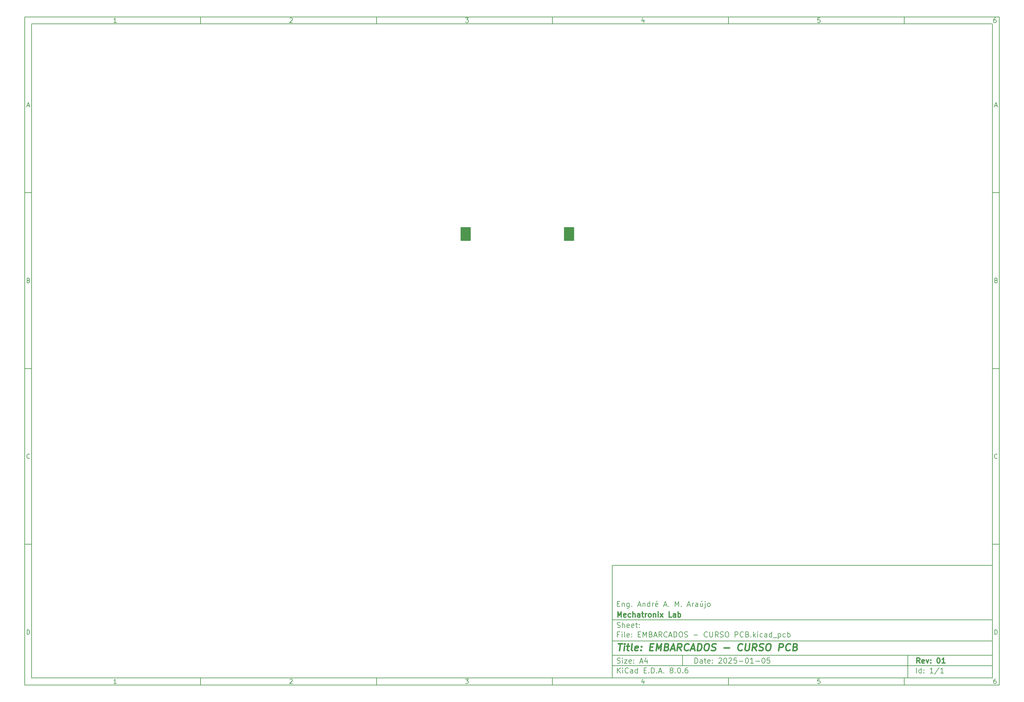
<source format=gbr>
%TF.GenerationSoftware,KiCad,Pcbnew,8.0.6*%
%TF.CreationDate,2025-01-05T13:15:26-03:00*%
%TF.ProjectId,EMBARCADOS - CURSO PCB,454d4241-5243-4414-944f-53202d204355,01*%
%TF.SameCoordinates,Original*%
%TF.FileFunction,Paste,Bot*%
%TF.FilePolarity,Positive*%
%FSLAX46Y46*%
G04 Gerber Fmt 4.6, Leading zero omitted, Abs format (unit mm)*
G04 Created by KiCad (PCBNEW 8.0.6) date 2025-01-05 13:15:26*
%MOMM*%
%LPD*%
G01*
G04 APERTURE LIST*
G04 Aperture macros list*
%AMRoundRect*
0 Rectangle with rounded corners*
0 $1 Rounding radius*
0 $2 $3 $4 $5 $6 $7 $8 $9 X,Y pos of 4 corners*
0 Add a 4 corners polygon primitive as box body*
4,1,4,$2,$3,$4,$5,$6,$7,$8,$9,$2,$3,0*
0 Add four circle primitives for the rounded corners*
1,1,$1+$1,$2,$3*
1,1,$1+$1,$4,$5*
1,1,$1+$1,$6,$7*
1,1,$1+$1,$8,$9*
0 Add four rect primitives between the rounded corners*
20,1,$1+$1,$2,$3,$4,$5,0*
20,1,$1+$1,$4,$5,$6,$7,0*
20,1,$1+$1,$6,$7,$8,$9,0*
20,1,$1+$1,$8,$9,$2,$3,0*%
G04 Aperture macros list end*
%ADD10C,0.100000*%
%ADD11C,0.150000*%
%ADD12C,0.300000*%
%ADD13C,0.400000*%
%ADD14RoundRect,0.241667X1.208333X1.708333X-1.208333X1.708333X-1.208333X-1.708333X1.208333X-1.708333X0*%
G04 APERTURE END LIST*
D10*
D11*
X177002200Y-166007200D02*
X285002200Y-166007200D01*
X285002200Y-198007200D01*
X177002200Y-198007200D01*
X177002200Y-166007200D01*
D10*
D11*
X10000000Y-10000000D02*
X287002200Y-10000000D01*
X287002200Y-200007200D01*
X10000000Y-200007200D01*
X10000000Y-10000000D01*
D10*
D11*
X12000000Y-12000000D02*
X285002200Y-12000000D01*
X285002200Y-198007200D01*
X12000000Y-198007200D01*
X12000000Y-12000000D01*
D10*
D11*
X60000000Y-12000000D02*
X60000000Y-10000000D01*
D10*
D11*
X110000000Y-12000000D02*
X110000000Y-10000000D01*
D10*
D11*
X160000000Y-12000000D02*
X160000000Y-10000000D01*
D10*
D11*
X210000000Y-12000000D02*
X210000000Y-10000000D01*
D10*
D11*
X260000000Y-12000000D02*
X260000000Y-10000000D01*
D10*
D11*
X36089160Y-11593604D02*
X35346303Y-11593604D01*
X35717731Y-11593604D02*
X35717731Y-10293604D01*
X35717731Y-10293604D02*
X35593922Y-10479319D01*
X35593922Y-10479319D02*
X35470112Y-10603128D01*
X35470112Y-10603128D02*
X35346303Y-10665033D01*
D10*
D11*
X85346303Y-10417414D02*
X85408207Y-10355509D01*
X85408207Y-10355509D02*
X85532017Y-10293604D01*
X85532017Y-10293604D02*
X85841541Y-10293604D01*
X85841541Y-10293604D02*
X85965350Y-10355509D01*
X85965350Y-10355509D02*
X86027255Y-10417414D01*
X86027255Y-10417414D02*
X86089160Y-10541223D01*
X86089160Y-10541223D02*
X86089160Y-10665033D01*
X86089160Y-10665033D02*
X86027255Y-10850747D01*
X86027255Y-10850747D02*
X85284398Y-11593604D01*
X85284398Y-11593604D02*
X86089160Y-11593604D01*
D10*
D11*
X135284398Y-10293604D02*
X136089160Y-10293604D01*
X136089160Y-10293604D02*
X135655826Y-10788842D01*
X135655826Y-10788842D02*
X135841541Y-10788842D01*
X135841541Y-10788842D02*
X135965350Y-10850747D01*
X135965350Y-10850747D02*
X136027255Y-10912652D01*
X136027255Y-10912652D02*
X136089160Y-11036461D01*
X136089160Y-11036461D02*
X136089160Y-11345985D01*
X136089160Y-11345985D02*
X136027255Y-11469795D01*
X136027255Y-11469795D02*
X135965350Y-11531700D01*
X135965350Y-11531700D02*
X135841541Y-11593604D01*
X135841541Y-11593604D02*
X135470112Y-11593604D01*
X135470112Y-11593604D02*
X135346303Y-11531700D01*
X135346303Y-11531700D02*
X135284398Y-11469795D01*
D10*
D11*
X185965350Y-10726938D02*
X185965350Y-11593604D01*
X185655826Y-10231700D02*
X185346303Y-11160271D01*
X185346303Y-11160271D02*
X186151064Y-11160271D01*
D10*
D11*
X236027255Y-10293604D02*
X235408207Y-10293604D01*
X235408207Y-10293604D02*
X235346303Y-10912652D01*
X235346303Y-10912652D02*
X235408207Y-10850747D01*
X235408207Y-10850747D02*
X235532017Y-10788842D01*
X235532017Y-10788842D02*
X235841541Y-10788842D01*
X235841541Y-10788842D02*
X235965350Y-10850747D01*
X235965350Y-10850747D02*
X236027255Y-10912652D01*
X236027255Y-10912652D02*
X236089160Y-11036461D01*
X236089160Y-11036461D02*
X236089160Y-11345985D01*
X236089160Y-11345985D02*
X236027255Y-11469795D01*
X236027255Y-11469795D02*
X235965350Y-11531700D01*
X235965350Y-11531700D02*
X235841541Y-11593604D01*
X235841541Y-11593604D02*
X235532017Y-11593604D01*
X235532017Y-11593604D02*
X235408207Y-11531700D01*
X235408207Y-11531700D02*
X235346303Y-11469795D01*
D10*
D11*
X285965350Y-10293604D02*
X285717731Y-10293604D01*
X285717731Y-10293604D02*
X285593922Y-10355509D01*
X285593922Y-10355509D02*
X285532017Y-10417414D01*
X285532017Y-10417414D02*
X285408207Y-10603128D01*
X285408207Y-10603128D02*
X285346303Y-10850747D01*
X285346303Y-10850747D02*
X285346303Y-11345985D01*
X285346303Y-11345985D02*
X285408207Y-11469795D01*
X285408207Y-11469795D02*
X285470112Y-11531700D01*
X285470112Y-11531700D02*
X285593922Y-11593604D01*
X285593922Y-11593604D02*
X285841541Y-11593604D01*
X285841541Y-11593604D02*
X285965350Y-11531700D01*
X285965350Y-11531700D02*
X286027255Y-11469795D01*
X286027255Y-11469795D02*
X286089160Y-11345985D01*
X286089160Y-11345985D02*
X286089160Y-11036461D01*
X286089160Y-11036461D02*
X286027255Y-10912652D01*
X286027255Y-10912652D02*
X285965350Y-10850747D01*
X285965350Y-10850747D02*
X285841541Y-10788842D01*
X285841541Y-10788842D02*
X285593922Y-10788842D01*
X285593922Y-10788842D02*
X285470112Y-10850747D01*
X285470112Y-10850747D02*
X285408207Y-10912652D01*
X285408207Y-10912652D02*
X285346303Y-11036461D01*
D10*
D11*
X60000000Y-198007200D02*
X60000000Y-200007200D01*
D10*
D11*
X110000000Y-198007200D02*
X110000000Y-200007200D01*
D10*
D11*
X160000000Y-198007200D02*
X160000000Y-200007200D01*
D10*
D11*
X210000000Y-198007200D02*
X210000000Y-200007200D01*
D10*
D11*
X260000000Y-198007200D02*
X260000000Y-200007200D01*
D10*
D11*
X36089160Y-199600804D02*
X35346303Y-199600804D01*
X35717731Y-199600804D02*
X35717731Y-198300804D01*
X35717731Y-198300804D02*
X35593922Y-198486519D01*
X35593922Y-198486519D02*
X35470112Y-198610328D01*
X35470112Y-198610328D02*
X35346303Y-198672233D01*
D10*
D11*
X85346303Y-198424614D02*
X85408207Y-198362709D01*
X85408207Y-198362709D02*
X85532017Y-198300804D01*
X85532017Y-198300804D02*
X85841541Y-198300804D01*
X85841541Y-198300804D02*
X85965350Y-198362709D01*
X85965350Y-198362709D02*
X86027255Y-198424614D01*
X86027255Y-198424614D02*
X86089160Y-198548423D01*
X86089160Y-198548423D02*
X86089160Y-198672233D01*
X86089160Y-198672233D02*
X86027255Y-198857947D01*
X86027255Y-198857947D02*
X85284398Y-199600804D01*
X85284398Y-199600804D02*
X86089160Y-199600804D01*
D10*
D11*
X135284398Y-198300804D02*
X136089160Y-198300804D01*
X136089160Y-198300804D02*
X135655826Y-198796042D01*
X135655826Y-198796042D02*
X135841541Y-198796042D01*
X135841541Y-198796042D02*
X135965350Y-198857947D01*
X135965350Y-198857947D02*
X136027255Y-198919852D01*
X136027255Y-198919852D02*
X136089160Y-199043661D01*
X136089160Y-199043661D02*
X136089160Y-199353185D01*
X136089160Y-199353185D02*
X136027255Y-199476995D01*
X136027255Y-199476995D02*
X135965350Y-199538900D01*
X135965350Y-199538900D02*
X135841541Y-199600804D01*
X135841541Y-199600804D02*
X135470112Y-199600804D01*
X135470112Y-199600804D02*
X135346303Y-199538900D01*
X135346303Y-199538900D02*
X135284398Y-199476995D01*
D10*
D11*
X185965350Y-198734138D02*
X185965350Y-199600804D01*
X185655826Y-198238900D02*
X185346303Y-199167471D01*
X185346303Y-199167471D02*
X186151064Y-199167471D01*
D10*
D11*
X236027255Y-198300804D02*
X235408207Y-198300804D01*
X235408207Y-198300804D02*
X235346303Y-198919852D01*
X235346303Y-198919852D02*
X235408207Y-198857947D01*
X235408207Y-198857947D02*
X235532017Y-198796042D01*
X235532017Y-198796042D02*
X235841541Y-198796042D01*
X235841541Y-198796042D02*
X235965350Y-198857947D01*
X235965350Y-198857947D02*
X236027255Y-198919852D01*
X236027255Y-198919852D02*
X236089160Y-199043661D01*
X236089160Y-199043661D02*
X236089160Y-199353185D01*
X236089160Y-199353185D02*
X236027255Y-199476995D01*
X236027255Y-199476995D02*
X235965350Y-199538900D01*
X235965350Y-199538900D02*
X235841541Y-199600804D01*
X235841541Y-199600804D02*
X235532017Y-199600804D01*
X235532017Y-199600804D02*
X235408207Y-199538900D01*
X235408207Y-199538900D02*
X235346303Y-199476995D01*
D10*
D11*
X285965350Y-198300804D02*
X285717731Y-198300804D01*
X285717731Y-198300804D02*
X285593922Y-198362709D01*
X285593922Y-198362709D02*
X285532017Y-198424614D01*
X285532017Y-198424614D02*
X285408207Y-198610328D01*
X285408207Y-198610328D02*
X285346303Y-198857947D01*
X285346303Y-198857947D02*
X285346303Y-199353185D01*
X285346303Y-199353185D02*
X285408207Y-199476995D01*
X285408207Y-199476995D02*
X285470112Y-199538900D01*
X285470112Y-199538900D02*
X285593922Y-199600804D01*
X285593922Y-199600804D02*
X285841541Y-199600804D01*
X285841541Y-199600804D02*
X285965350Y-199538900D01*
X285965350Y-199538900D02*
X286027255Y-199476995D01*
X286027255Y-199476995D02*
X286089160Y-199353185D01*
X286089160Y-199353185D02*
X286089160Y-199043661D01*
X286089160Y-199043661D02*
X286027255Y-198919852D01*
X286027255Y-198919852D02*
X285965350Y-198857947D01*
X285965350Y-198857947D02*
X285841541Y-198796042D01*
X285841541Y-198796042D02*
X285593922Y-198796042D01*
X285593922Y-198796042D02*
X285470112Y-198857947D01*
X285470112Y-198857947D02*
X285408207Y-198919852D01*
X285408207Y-198919852D02*
X285346303Y-199043661D01*
D10*
D11*
X10000000Y-60000000D02*
X12000000Y-60000000D01*
D10*
D11*
X10000000Y-110000000D02*
X12000000Y-110000000D01*
D10*
D11*
X10000000Y-160000000D02*
X12000000Y-160000000D01*
D10*
D11*
X10690476Y-35222176D02*
X11309523Y-35222176D01*
X10566666Y-35593604D02*
X10999999Y-34293604D01*
X10999999Y-34293604D02*
X11433333Y-35593604D01*
D10*
D11*
X11092857Y-84912652D02*
X11278571Y-84974557D01*
X11278571Y-84974557D02*
X11340476Y-85036461D01*
X11340476Y-85036461D02*
X11402380Y-85160271D01*
X11402380Y-85160271D02*
X11402380Y-85345985D01*
X11402380Y-85345985D02*
X11340476Y-85469795D01*
X11340476Y-85469795D02*
X11278571Y-85531700D01*
X11278571Y-85531700D02*
X11154761Y-85593604D01*
X11154761Y-85593604D02*
X10659523Y-85593604D01*
X10659523Y-85593604D02*
X10659523Y-84293604D01*
X10659523Y-84293604D02*
X11092857Y-84293604D01*
X11092857Y-84293604D02*
X11216666Y-84355509D01*
X11216666Y-84355509D02*
X11278571Y-84417414D01*
X11278571Y-84417414D02*
X11340476Y-84541223D01*
X11340476Y-84541223D02*
X11340476Y-84665033D01*
X11340476Y-84665033D02*
X11278571Y-84788842D01*
X11278571Y-84788842D02*
X11216666Y-84850747D01*
X11216666Y-84850747D02*
X11092857Y-84912652D01*
X11092857Y-84912652D02*
X10659523Y-84912652D01*
D10*
D11*
X11402380Y-135469795D02*
X11340476Y-135531700D01*
X11340476Y-135531700D02*
X11154761Y-135593604D01*
X11154761Y-135593604D02*
X11030952Y-135593604D01*
X11030952Y-135593604D02*
X10845238Y-135531700D01*
X10845238Y-135531700D02*
X10721428Y-135407890D01*
X10721428Y-135407890D02*
X10659523Y-135284080D01*
X10659523Y-135284080D02*
X10597619Y-135036461D01*
X10597619Y-135036461D02*
X10597619Y-134850747D01*
X10597619Y-134850747D02*
X10659523Y-134603128D01*
X10659523Y-134603128D02*
X10721428Y-134479319D01*
X10721428Y-134479319D02*
X10845238Y-134355509D01*
X10845238Y-134355509D02*
X11030952Y-134293604D01*
X11030952Y-134293604D02*
X11154761Y-134293604D01*
X11154761Y-134293604D02*
X11340476Y-134355509D01*
X11340476Y-134355509D02*
X11402380Y-134417414D01*
D10*
D11*
X10659523Y-185593604D02*
X10659523Y-184293604D01*
X10659523Y-184293604D02*
X10969047Y-184293604D01*
X10969047Y-184293604D02*
X11154761Y-184355509D01*
X11154761Y-184355509D02*
X11278571Y-184479319D01*
X11278571Y-184479319D02*
X11340476Y-184603128D01*
X11340476Y-184603128D02*
X11402380Y-184850747D01*
X11402380Y-184850747D02*
X11402380Y-185036461D01*
X11402380Y-185036461D02*
X11340476Y-185284080D01*
X11340476Y-185284080D02*
X11278571Y-185407890D01*
X11278571Y-185407890D02*
X11154761Y-185531700D01*
X11154761Y-185531700D02*
X10969047Y-185593604D01*
X10969047Y-185593604D02*
X10659523Y-185593604D01*
D10*
D11*
X287002200Y-60000000D02*
X285002200Y-60000000D01*
D10*
D11*
X287002200Y-110000000D02*
X285002200Y-110000000D01*
D10*
D11*
X287002200Y-160000000D02*
X285002200Y-160000000D01*
D10*
D11*
X285692676Y-35222176D02*
X286311723Y-35222176D01*
X285568866Y-35593604D02*
X286002199Y-34293604D01*
X286002199Y-34293604D02*
X286435533Y-35593604D01*
D10*
D11*
X286095057Y-84912652D02*
X286280771Y-84974557D01*
X286280771Y-84974557D02*
X286342676Y-85036461D01*
X286342676Y-85036461D02*
X286404580Y-85160271D01*
X286404580Y-85160271D02*
X286404580Y-85345985D01*
X286404580Y-85345985D02*
X286342676Y-85469795D01*
X286342676Y-85469795D02*
X286280771Y-85531700D01*
X286280771Y-85531700D02*
X286156961Y-85593604D01*
X286156961Y-85593604D02*
X285661723Y-85593604D01*
X285661723Y-85593604D02*
X285661723Y-84293604D01*
X285661723Y-84293604D02*
X286095057Y-84293604D01*
X286095057Y-84293604D02*
X286218866Y-84355509D01*
X286218866Y-84355509D02*
X286280771Y-84417414D01*
X286280771Y-84417414D02*
X286342676Y-84541223D01*
X286342676Y-84541223D02*
X286342676Y-84665033D01*
X286342676Y-84665033D02*
X286280771Y-84788842D01*
X286280771Y-84788842D02*
X286218866Y-84850747D01*
X286218866Y-84850747D02*
X286095057Y-84912652D01*
X286095057Y-84912652D02*
X285661723Y-84912652D01*
D10*
D11*
X286404580Y-135469795D02*
X286342676Y-135531700D01*
X286342676Y-135531700D02*
X286156961Y-135593604D01*
X286156961Y-135593604D02*
X286033152Y-135593604D01*
X286033152Y-135593604D02*
X285847438Y-135531700D01*
X285847438Y-135531700D02*
X285723628Y-135407890D01*
X285723628Y-135407890D02*
X285661723Y-135284080D01*
X285661723Y-135284080D02*
X285599819Y-135036461D01*
X285599819Y-135036461D02*
X285599819Y-134850747D01*
X285599819Y-134850747D02*
X285661723Y-134603128D01*
X285661723Y-134603128D02*
X285723628Y-134479319D01*
X285723628Y-134479319D02*
X285847438Y-134355509D01*
X285847438Y-134355509D02*
X286033152Y-134293604D01*
X286033152Y-134293604D02*
X286156961Y-134293604D01*
X286156961Y-134293604D02*
X286342676Y-134355509D01*
X286342676Y-134355509D02*
X286404580Y-134417414D01*
D10*
D11*
X285661723Y-185593604D02*
X285661723Y-184293604D01*
X285661723Y-184293604D02*
X285971247Y-184293604D01*
X285971247Y-184293604D02*
X286156961Y-184355509D01*
X286156961Y-184355509D02*
X286280771Y-184479319D01*
X286280771Y-184479319D02*
X286342676Y-184603128D01*
X286342676Y-184603128D02*
X286404580Y-184850747D01*
X286404580Y-184850747D02*
X286404580Y-185036461D01*
X286404580Y-185036461D02*
X286342676Y-185284080D01*
X286342676Y-185284080D02*
X286280771Y-185407890D01*
X286280771Y-185407890D02*
X286156961Y-185531700D01*
X286156961Y-185531700D02*
X285971247Y-185593604D01*
X285971247Y-185593604D02*
X285661723Y-185593604D01*
D10*
D11*
X200458026Y-193793328D02*
X200458026Y-192293328D01*
X200458026Y-192293328D02*
X200815169Y-192293328D01*
X200815169Y-192293328D02*
X201029455Y-192364757D01*
X201029455Y-192364757D02*
X201172312Y-192507614D01*
X201172312Y-192507614D02*
X201243741Y-192650471D01*
X201243741Y-192650471D02*
X201315169Y-192936185D01*
X201315169Y-192936185D02*
X201315169Y-193150471D01*
X201315169Y-193150471D02*
X201243741Y-193436185D01*
X201243741Y-193436185D02*
X201172312Y-193579042D01*
X201172312Y-193579042D02*
X201029455Y-193721900D01*
X201029455Y-193721900D02*
X200815169Y-193793328D01*
X200815169Y-193793328D02*
X200458026Y-193793328D01*
X202600884Y-193793328D02*
X202600884Y-193007614D01*
X202600884Y-193007614D02*
X202529455Y-192864757D01*
X202529455Y-192864757D02*
X202386598Y-192793328D01*
X202386598Y-192793328D02*
X202100884Y-192793328D01*
X202100884Y-192793328D02*
X201958026Y-192864757D01*
X202600884Y-193721900D02*
X202458026Y-193793328D01*
X202458026Y-193793328D02*
X202100884Y-193793328D01*
X202100884Y-193793328D02*
X201958026Y-193721900D01*
X201958026Y-193721900D02*
X201886598Y-193579042D01*
X201886598Y-193579042D02*
X201886598Y-193436185D01*
X201886598Y-193436185D02*
X201958026Y-193293328D01*
X201958026Y-193293328D02*
X202100884Y-193221900D01*
X202100884Y-193221900D02*
X202458026Y-193221900D01*
X202458026Y-193221900D02*
X202600884Y-193150471D01*
X203100884Y-192793328D02*
X203672312Y-192793328D01*
X203315169Y-192293328D02*
X203315169Y-193579042D01*
X203315169Y-193579042D02*
X203386598Y-193721900D01*
X203386598Y-193721900D02*
X203529455Y-193793328D01*
X203529455Y-193793328D02*
X203672312Y-193793328D01*
X204743741Y-193721900D02*
X204600884Y-193793328D01*
X204600884Y-193793328D02*
X204315170Y-193793328D01*
X204315170Y-193793328D02*
X204172312Y-193721900D01*
X204172312Y-193721900D02*
X204100884Y-193579042D01*
X204100884Y-193579042D02*
X204100884Y-193007614D01*
X204100884Y-193007614D02*
X204172312Y-192864757D01*
X204172312Y-192864757D02*
X204315170Y-192793328D01*
X204315170Y-192793328D02*
X204600884Y-192793328D01*
X204600884Y-192793328D02*
X204743741Y-192864757D01*
X204743741Y-192864757D02*
X204815170Y-193007614D01*
X204815170Y-193007614D02*
X204815170Y-193150471D01*
X204815170Y-193150471D02*
X204100884Y-193293328D01*
X205458026Y-193650471D02*
X205529455Y-193721900D01*
X205529455Y-193721900D02*
X205458026Y-193793328D01*
X205458026Y-193793328D02*
X205386598Y-193721900D01*
X205386598Y-193721900D02*
X205458026Y-193650471D01*
X205458026Y-193650471D02*
X205458026Y-193793328D01*
X205458026Y-192864757D02*
X205529455Y-192936185D01*
X205529455Y-192936185D02*
X205458026Y-193007614D01*
X205458026Y-193007614D02*
X205386598Y-192936185D01*
X205386598Y-192936185D02*
X205458026Y-192864757D01*
X205458026Y-192864757D02*
X205458026Y-193007614D01*
X207243741Y-192436185D02*
X207315169Y-192364757D01*
X207315169Y-192364757D02*
X207458027Y-192293328D01*
X207458027Y-192293328D02*
X207815169Y-192293328D01*
X207815169Y-192293328D02*
X207958027Y-192364757D01*
X207958027Y-192364757D02*
X208029455Y-192436185D01*
X208029455Y-192436185D02*
X208100884Y-192579042D01*
X208100884Y-192579042D02*
X208100884Y-192721900D01*
X208100884Y-192721900D02*
X208029455Y-192936185D01*
X208029455Y-192936185D02*
X207172312Y-193793328D01*
X207172312Y-193793328D02*
X208100884Y-193793328D01*
X209029455Y-192293328D02*
X209172312Y-192293328D01*
X209172312Y-192293328D02*
X209315169Y-192364757D01*
X209315169Y-192364757D02*
X209386598Y-192436185D01*
X209386598Y-192436185D02*
X209458026Y-192579042D01*
X209458026Y-192579042D02*
X209529455Y-192864757D01*
X209529455Y-192864757D02*
X209529455Y-193221900D01*
X209529455Y-193221900D02*
X209458026Y-193507614D01*
X209458026Y-193507614D02*
X209386598Y-193650471D01*
X209386598Y-193650471D02*
X209315169Y-193721900D01*
X209315169Y-193721900D02*
X209172312Y-193793328D01*
X209172312Y-193793328D02*
X209029455Y-193793328D01*
X209029455Y-193793328D02*
X208886598Y-193721900D01*
X208886598Y-193721900D02*
X208815169Y-193650471D01*
X208815169Y-193650471D02*
X208743740Y-193507614D01*
X208743740Y-193507614D02*
X208672312Y-193221900D01*
X208672312Y-193221900D02*
X208672312Y-192864757D01*
X208672312Y-192864757D02*
X208743740Y-192579042D01*
X208743740Y-192579042D02*
X208815169Y-192436185D01*
X208815169Y-192436185D02*
X208886598Y-192364757D01*
X208886598Y-192364757D02*
X209029455Y-192293328D01*
X210100883Y-192436185D02*
X210172311Y-192364757D01*
X210172311Y-192364757D02*
X210315169Y-192293328D01*
X210315169Y-192293328D02*
X210672311Y-192293328D01*
X210672311Y-192293328D02*
X210815169Y-192364757D01*
X210815169Y-192364757D02*
X210886597Y-192436185D01*
X210886597Y-192436185D02*
X210958026Y-192579042D01*
X210958026Y-192579042D02*
X210958026Y-192721900D01*
X210958026Y-192721900D02*
X210886597Y-192936185D01*
X210886597Y-192936185D02*
X210029454Y-193793328D01*
X210029454Y-193793328D02*
X210958026Y-193793328D01*
X212315168Y-192293328D02*
X211600882Y-192293328D01*
X211600882Y-192293328D02*
X211529454Y-193007614D01*
X211529454Y-193007614D02*
X211600882Y-192936185D01*
X211600882Y-192936185D02*
X211743740Y-192864757D01*
X211743740Y-192864757D02*
X212100882Y-192864757D01*
X212100882Y-192864757D02*
X212243740Y-192936185D01*
X212243740Y-192936185D02*
X212315168Y-193007614D01*
X212315168Y-193007614D02*
X212386597Y-193150471D01*
X212386597Y-193150471D02*
X212386597Y-193507614D01*
X212386597Y-193507614D02*
X212315168Y-193650471D01*
X212315168Y-193650471D02*
X212243740Y-193721900D01*
X212243740Y-193721900D02*
X212100882Y-193793328D01*
X212100882Y-193793328D02*
X211743740Y-193793328D01*
X211743740Y-193793328D02*
X211600882Y-193721900D01*
X211600882Y-193721900D02*
X211529454Y-193650471D01*
X213029453Y-193221900D02*
X214172311Y-193221900D01*
X215172311Y-192293328D02*
X215315168Y-192293328D01*
X215315168Y-192293328D02*
X215458025Y-192364757D01*
X215458025Y-192364757D02*
X215529454Y-192436185D01*
X215529454Y-192436185D02*
X215600882Y-192579042D01*
X215600882Y-192579042D02*
X215672311Y-192864757D01*
X215672311Y-192864757D02*
X215672311Y-193221900D01*
X215672311Y-193221900D02*
X215600882Y-193507614D01*
X215600882Y-193507614D02*
X215529454Y-193650471D01*
X215529454Y-193650471D02*
X215458025Y-193721900D01*
X215458025Y-193721900D02*
X215315168Y-193793328D01*
X215315168Y-193793328D02*
X215172311Y-193793328D01*
X215172311Y-193793328D02*
X215029454Y-193721900D01*
X215029454Y-193721900D02*
X214958025Y-193650471D01*
X214958025Y-193650471D02*
X214886596Y-193507614D01*
X214886596Y-193507614D02*
X214815168Y-193221900D01*
X214815168Y-193221900D02*
X214815168Y-192864757D01*
X214815168Y-192864757D02*
X214886596Y-192579042D01*
X214886596Y-192579042D02*
X214958025Y-192436185D01*
X214958025Y-192436185D02*
X215029454Y-192364757D01*
X215029454Y-192364757D02*
X215172311Y-192293328D01*
X217100882Y-193793328D02*
X216243739Y-193793328D01*
X216672310Y-193793328D02*
X216672310Y-192293328D01*
X216672310Y-192293328D02*
X216529453Y-192507614D01*
X216529453Y-192507614D02*
X216386596Y-192650471D01*
X216386596Y-192650471D02*
X216243739Y-192721900D01*
X217743738Y-193221900D02*
X218886596Y-193221900D01*
X219886596Y-192293328D02*
X220029453Y-192293328D01*
X220029453Y-192293328D02*
X220172310Y-192364757D01*
X220172310Y-192364757D02*
X220243739Y-192436185D01*
X220243739Y-192436185D02*
X220315167Y-192579042D01*
X220315167Y-192579042D02*
X220386596Y-192864757D01*
X220386596Y-192864757D02*
X220386596Y-193221900D01*
X220386596Y-193221900D02*
X220315167Y-193507614D01*
X220315167Y-193507614D02*
X220243739Y-193650471D01*
X220243739Y-193650471D02*
X220172310Y-193721900D01*
X220172310Y-193721900D02*
X220029453Y-193793328D01*
X220029453Y-193793328D02*
X219886596Y-193793328D01*
X219886596Y-193793328D02*
X219743739Y-193721900D01*
X219743739Y-193721900D02*
X219672310Y-193650471D01*
X219672310Y-193650471D02*
X219600881Y-193507614D01*
X219600881Y-193507614D02*
X219529453Y-193221900D01*
X219529453Y-193221900D02*
X219529453Y-192864757D01*
X219529453Y-192864757D02*
X219600881Y-192579042D01*
X219600881Y-192579042D02*
X219672310Y-192436185D01*
X219672310Y-192436185D02*
X219743739Y-192364757D01*
X219743739Y-192364757D02*
X219886596Y-192293328D01*
X221743738Y-192293328D02*
X221029452Y-192293328D01*
X221029452Y-192293328D02*
X220958024Y-193007614D01*
X220958024Y-193007614D02*
X221029452Y-192936185D01*
X221029452Y-192936185D02*
X221172310Y-192864757D01*
X221172310Y-192864757D02*
X221529452Y-192864757D01*
X221529452Y-192864757D02*
X221672310Y-192936185D01*
X221672310Y-192936185D02*
X221743738Y-193007614D01*
X221743738Y-193007614D02*
X221815167Y-193150471D01*
X221815167Y-193150471D02*
X221815167Y-193507614D01*
X221815167Y-193507614D02*
X221743738Y-193650471D01*
X221743738Y-193650471D02*
X221672310Y-193721900D01*
X221672310Y-193721900D02*
X221529452Y-193793328D01*
X221529452Y-193793328D02*
X221172310Y-193793328D01*
X221172310Y-193793328D02*
X221029452Y-193721900D01*
X221029452Y-193721900D02*
X220958024Y-193650471D01*
D10*
D11*
X177002200Y-194507200D02*
X285002200Y-194507200D01*
D10*
D11*
X178458026Y-196593328D02*
X178458026Y-195093328D01*
X179315169Y-196593328D02*
X178672312Y-195736185D01*
X179315169Y-195093328D02*
X178458026Y-195950471D01*
X179958026Y-196593328D02*
X179958026Y-195593328D01*
X179958026Y-195093328D02*
X179886598Y-195164757D01*
X179886598Y-195164757D02*
X179958026Y-195236185D01*
X179958026Y-195236185D02*
X180029455Y-195164757D01*
X180029455Y-195164757D02*
X179958026Y-195093328D01*
X179958026Y-195093328D02*
X179958026Y-195236185D01*
X181529455Y-196450471D02*
X181458027Y-196521900D01*
X181458027Y-196521900D02*
X181243741Y-196593328D01*
X181243741Y-196593328D02*
X181100884Y-196593328D01*
X181100884Y-196593328D02*
X180886598Y-196521900D01*
X180886598Y-196521900D02*
X180743741Y-196379042D01*
X180743741Y-196379042D02*
X180672312Y-196236185D01*
X180672312Y-196236185D02*
X180600884Y-195950471D01*
X180600884Y-195950471D02*
X180600884Y-195736185D01*
X180600884Y-195736185D02*
X180672312Y-195450471D01*
X180672312Y-195450471D02*
X180743741Y-195307614D01*
X180743741Y-195307614D02*
X180886598Y-195164757D01*
X180886598Y-195164757D02*
X181100884Y-195093328D01*
X181100884Y-195093328D02*
X181243741Y-195093328D01*
X181243741Y-195093328D02*
X181458027Y-195164757D01*
X181458027Y-195164757D02*
X181529455Y-195236185D01*
X182815170Y-196593328D02*
X182815170Y-195807614D01*
X182815170Y-195807614D02*
X182743741Y-195664757D01*
X182743741Y-195664757D02*
X182600884Y-195593328D01*
X182600884Y-195593328D02*
X182315170Y-195593328D01*
X182315170Y-195593328D02*
X182172312Y-195664757D01*
X182815170Y-196521900D02*
X182672312Y-196593328D01*
X182672312Y-196593328D02*
X182315170Y-196593328D01*
X182315170Y-196593328D02*
X182172312Y-196521900D01*
X182172312Y-196521900D02*
X182100884Y-196379042D01*
X182100884Y-196379042D02*
X182100884Y-196236185D01*
X182100884Y-196236185D02*
X182172312Y-196093328D01*
X182172312Y-196093328D02*
X182315170Y-196021900D01*
X182315170Y-196021900D02*
X182672312Y-196021900D01*
X182672312Y-196021900D02*
X182815170Y-195950471D01*
X184172313Y-196593328D02*
X184172313Y-195093328D01*
X184172313Y-196521900D02*
X184029455Y-196593328D01*
X184029455Y-196593328D02*
X183743741Y-196593328D01*
X183743741Y-196593328D02*
X183600884Y-196521900D01*
X183600884Y-196521900D02*
X183529455Y-196450471D01*
X183529455Y-196450471D02*
X183458027Y-196307614D01*
X183458027Y-196307614D02*
X183458027Y-195879042D01*
X183458027Y-195879042D02*
X183529455Y-195736185D01*
X183529455Y-195736185D02*
X183600884Y-195664757D01*
X183600884Y-195664757D02*
X183743741Y-195593328D01*
X183743741Y-195593328D02*
X184029455Y-195593328D01*
X184029455Y-195593328D02*
X184172313Y-195664757D01*
X186029455Y-195807614D02*
X186529455Y-195807614D01*
X186743741Y-196593328D02*
X186029455Y-196593328D01*
X186029455Y-196593328D02*
X186029455Y-195093328D01*
X186029455Y-195093328D02*
X186743741Y-195093328D01*
X187386598Y-196450471D02*
X187458027Y-196521900D01*
X187458027Y-196521900D02*
X187386598Y-196593328D01*
X187386598Y-196593328D02*
X187315170Y-196521900D01*
X187315170Y-196521900D02*
X187386598Y-196450471D01*
X187386598Y-196450471D02*
X187386598Y-196593328D01*
X188100884Y-196593328D02*
X188100884Y-195093328D01*
X188100884Y-195093328D02*
X188458027Y-195093328D01*
X188458027Y-195093328D02*
X188672313Y-195164757D01*
X188672313Y-195164757D02*
X188815170Y-195307614D01*
X188815170Y-195307614D02*
X188886599Y-195450471D01*
X188886599Y-195450471D02*
X188958027Y-195736185D01*
X188958027Y-195736185D02*
X188958027Y-195950471D01*
X188958027Y-195950471D02*
X188886599Y-196236185D01*
X188886599Y-196236185D02*
X188815170Y-196379042D01*
X188815170Y-196379042D02*
X188672313Y-196521900D01*
X188672313Y-196521900D02*
X188458027Y-196593328D01*
X188458027Y-196593328D02*
X188100884Y-196593328D01*
X189600884Y-196450471D02*
X189672313Y-196521900D01*
X189672313Y-196521900D02*
X189600884Y-196593328D01*
X189600884Y-196593328D02*
X189529456Y-196521900D01*
X189529456Y-196521900D02*
X189600884Y-196450471D01*
X189600884Y-196450471D02*
X189600884Y-196593328D01*
X190243742Y-196164757D02*
X190958028Y-196164757D01*
X190100885Y-196593328D02*
X190600885Y-195093328D01*
X190600885Y-195093328D02*
X191100885Y-196593328D01*
X191600884Y-196450471D02*
X191672313Y-196521900D01*
X191672313Y-196521900D02*
X191600884Y-196593328D01*
X191600884Y-196593328D02*
X191529456Y-196521900D01*
X191529456Y-196521900D02*
X191600884Y-196450471D01*
X191600884Y-196450471D02*
X191600884Y-196593328D01*
X193672313Y-195736185D02*
X193529456Y-195664757D01*
X193529456Y-195664757D02*
X193458027Y-195593328D01*
X193458027Y-195593328D02*
X193386599Y-195450471D01*
X193386599Y-195450471D02*
X193386599Y-195379042D01*
X193386599Y-195379042D02*
X193458027Y-195236185D01*
X193458027Y-195236185D02*
X193529456Y-195164757D01*
X193529456Y-195164757D02*
X193672313Y-195093328D01*
X193672313Y-195093328D02*
X193958027Y-195093328D01*
X193958027Y-195093328D02*
X194100885Y-195164757D01*
X194100885Y-195164757D02*
X194172313Y-195236185D01*
X194172313Y-195236185D02*
X194243742Y-195379042D01*
X194243742Y-195379042D02*
X194243742Y-195450471D01*
X194243742Y-195450471D02*
X194172313Y-195593328D01*
X194172313Y-195593328D02*
X194100885Y-195664757D01*
X194100885Y-195664757D02*
X193958027Y-195736185D01*
X193958027Y-195736185D02*
X193672313Y-195736185D01*
X193672313Y-195736185D02*
X193529456Y-195807614D01*
X193529456Y-195807614D02*
X193458027Y-195879042D01*
X193458027Y-195879042D02*
X193386599Y-196021900D01*
X193386599Y-196021900D02*
X193386599Y-196307614D01*
X193386599Y-196307614D02*
X193458027Y-196450471D01*
X193458027Y-196450471D02*
X193529456Y-196521900D01*
X193529456Y-196521900D02*
X193672313Y-196593328D01*
X193672313Y-196593328D02*
X193958027Y-196593328D01*
X193958027Y-196593328D02*
X194100885Y-196521900D01*
X194100885Y-196521900D02*
X194172313Y-196450471D01*
X194172313Y-196450471D02*
X194243742Y-196307614D01*
X194243742Y-196307614D02*
X194243742Y-196021900D01*
X194243742Y-196021900D02*
X194172313Y-195879042D01*
X194172313Y-195879042D02*
X194100885Y-195807614D01*
X194100885Y-195807614D02*
X193958027Y-195736185D01*
X194886598Y-196450471D02*
X194958027Y-196521900D01*
X194958027Y-196521900D02*
X194886598Y-196593328D01*
X194886598Y-196593328D02*
X194815170Y-196521900D01*
X194815170Y-196521900D02*
X194886598Y-196450471D01*
X194886598Y-196450471D02*
X194886598Y-196593328D01*
X195886599Y-195093328D02*
X196029456Y-195093328D01*
X196029456Y-195093328D02*
X196172313Y-195164757D01*
X196172313Y-195164757D02*
X196243742Y-195236185D01*
X196243742Y-195236185D02*
X196315170Y-195379042D01*
X196315170Y-195379042D02*
X196386599Y-195664757D01*
X196386599Y-195664757D02*
X196386599Y-196021900D01*
X196386599Y-196021900D02*
X196315170Y-196307614D01*
X196315170Y-196307614D02*
X196243742Y-196450471D01*
X196243742Y-196450471D02*
X196172313Y-196521900D01*
X196172313Y-196521900D02*
X196029456Y-196593328D01*
X196029456Y-196593328D02*
X195886599Y-196593328D01*
X195886599Y-196593328D02*
X195743742Y-196521900D01*
X195743742Y-196521900D02*
X195672313Y-196450471D01*
X195672313Y-196450471D02*
X195600884Y-196307614D01*
X195600884Y-196307614D02*
X195529456Y-196021900D01*
X195529456Y-196021900D02*
X195529456Y-195664757D01*
X195529456Y-195664757D02*
X195600884Y-195379042D01*
X195600884Y-195379042D02*
X195672313Y-195236185D01*
X195672313Y-195236185D02*
X195743742Y-195164757D01*
X195743742Y-195164757D02*
X195886599Y-195093328D01*
X197029455Y-196450471D02*
X197100884Y-196521900D01*
X197100884Y-196521900D02*
X197029455Y-196593328D01*
X197029455Y-196593328D02*
X196958027Y-196521900D01*
X196958027Y-196521900D02*
X197029455Y-196450471D01*
X197029455Y-196450471D02*
X197029455Y-196593328D01*
X198386599Y-195093328D02*
X198100884Y-195093328D01*
X198100884Y-195093328D02*
X197958027Y-195164757D01*
X197958027Y-195164757D02*
X197886599Y-195236185D01*
X197886599Y-195236185D02*
X197743741Y-195450471D01*
X197743741Y-195450471D02*
X197672313Y-195736185D01*
X197672313Y-195736185D02*
X197672313Y-196307614D01*
X197672313Y-196307614D02*
X197743741Y-196450471D01*
X197743741Y-196450471D02*
X197815170Y-196521900D01*
X197815170Y-196521900D02*
X197958027Y-196593328D01*
X197958027Y-196593328D02*
X198243741Y-196593328D01*
X198243741Y-196593328D02*
X198386599Y-196521900D01*
X198386599Y-196521900D02*
X198458027Y-196450471D01*
X198458027Y-196450471D02*
X198529456Y-196307614D01*
X198529456Y-196307614D02*
X198529456Y-195950471D01*
X198529456Y-195950471D02*
X198458027Y-195807614D01*
X198458027Y-195807614D02*
X198386599Y-195736185D01*
X198386599Y-195736185D02*
X198243741Y-195664757D01*
X198243741Y-195664757D02*
X197958027Y-195664757D01*
X197958027Y-195664757D02*
X197815170Y-195736185D01*
X197815170Y-195736185D02*
X197743741Y-195807614D01*
X197743741Y-195807614D02*
X197672313Y-195950471D01*
D10*
D11*
X177002200Y-191507200D02*
X285002200Y-191507200D01*
D10*
D12*
X264413853Y-193785528D02*
X263913853Y-193071242D01*
X263556710Y-193785528D02*
X263556710Y-192285528D01*
X263556710Y-192285528D02*
X264128139Y-192285528D01*
X264128139Y-192285528D02*
X264270996Y-192356957D01*
X264270996Y-192356957D02*
X264342425Y-192428385D01*
X264342425Y-192428385D02*
X264413853Y-192571242D01*
X264413853Y-192571242D02*
X264413853Y-192785528D01*
X264413853Y-192785528D02*
X264342425Y-192928385D01*
X264342425Y-192928385D02*
X264270996Y-192999814D01*
X264270996Y-192999814D02*
X264128139Y-193071242D01*
X264128139Y-193071242D02*
X263556710Y-193071242D01*
X265628139Y-193714100D02*
X265485282Y-193785528D01*
X265485282Y-193785528D02*
X265199568Y-193785528D01*
X265199568Y-193785528D02*
X265056710Y-193714100D01*
X265056710Y-193714100D02*
X264985282Y-193571242D01*
X264985282Y-193571242D02*
X264985282Y-192999814D01*
X264985282Y-192999814D02*
X265056710Y-192856957D01*
X265056710Y-192856957D02*
X265199568Y-192785528D01*
X265199568Y-192785528D02*
X265485282Y-192785528D01*
X265485282Y-192785528D02*
X265628139Y-192856957D01*
X265628139Y-192856957D02*
X265699568Y-192999814D01*
X265699568Y-192999814D02*
X265699568Y-193142671D01*
X265699568Y-193142671D02*
X264985282Y-193285528D01*
X266199567Y-192785528D02*
X266556710Y-193785528D01*
X266556710Y-193785528D02*
X266913853Y-192785528D01*
X267485281Y-193642671D02*
X267556710Y-193714100D01*
X267556710Y-193714100D02*
X267485281Y-193785528D01*
X267485281Y-193785528D02*
X267413853Y-193714100D01*
X267413853Y-193714100D02*
X267485281Y-193642671D01*
X267485281Y-193642671D02*
X267485281Y-193785528D01*
X267485281Y-192856957D02*
X267556710Y-192928385D01*
X267556710Y-192928385D02*
X267485281Y-192999814D01*
X267485281Y-192999814D02*
X267413853Y-192928385D01*
X267413853Y-192928385D02*
X267485281Y-192856957D01*
X267485281Y-192856957D02*
X267485281Y-192999814D01*
X269628139Y-192285528D02*
X269770996Y-192285528D01*
X269770996Y-192285528D02*
X269913853Y-192356957D01*
X269913853Y-192356957D02*
X269985282Y-192428385D01*
X269985282Y-192428385D02*
X270056710Y-192571242D01*
X270056710Y-192571242D02*
X270128139Y-192856957D01*
X270128139Y-192856957D02*
X270128139Y-193214100D01*
X270128139Y-193214100D02*
X270056710Y-193499814D01*
X270056710Y-193499814D02*
X269985282Y-193642671D01*
X269985282Y-193642671D02*
X269913853Y-193714100D01*
X269913853Y-193714100D02*
X269770996Y-193785528D01*
X269770996Y-193785528D02*
X269628139Y-193785528D01*
X269628139Y-193785528D02*
X269485282Y-193714100D01*
X269485282Y-193714100D02*
X269413853Y-193642671D01*
X269413853Y-193642671D02*
X269342424Y-193499814D01*
X269342424Y-193499814D02*
X269270996Y-193214100D01*
X269270996Y-193214100D02*
X269270996Y-192856957D01*
X269270996Y-192856957D02*
X269342424Y-192571242D01*
X269342424Y-192571242D02*
X269413853Y-192428385D01*
X269413853Y-192428385D02*
X269485282Y-192356957D01*
X269485282Y-192356957D02*
X269628139Y-192285528D01*
X271556710Y-193785528D02*
X270699567Y-193785528D01*
X271128138Y-193785528D02*
X271128138Y-192285528D01*
X271128138Y-192285528D02*
X270985281Y-192499814D01*
X270985281Y-192499814D02*
X270842424Y-192642671D01*
X270842424Y-192642671D02*
X270699567Y-192714100D01*
D10*
D11*
X178386598Y-193721900D02*
X178600884Y-193793328D01*
X178600884Y-193793328D02*
X178958026Y-193793328D01*
X178958026Y-193793328D02*
X179100884Y-193721900D01*
X179100884Y-193721900D02*
X179172312Y-193650471D01*
X179172312Y-193650471D02*
X179243741Y-193507614D01*
X179243741Y-193507614D02*
X179243741Y-193364757D01*
X179243741Y-193364757D02*
X179172312Y-193221900D01*
X179172312Y-193221900D02*
X179100884Y-193150471D01*
X179100884Y-193150471D02*
X178958026Y-193079042D01*
X178958026Y-193079042D02*
X178672312Y-193007614D01*
X178672312Y-193007614D02*
X178529455Y-192936185D01*
X178529455Y-192936185D02*
X178458026Y-192864757D01*
X178458026Y-192864757D02*
X178386598Y-192721900D01*
X178386598Y-192721900D02*
X178386598Y-192579042D01*
X178386598Y-192579042D02*
X178458026Y-192436185D01*
X178458026Y-192436185D02*
X178529455Y-192364757D01*
X178529455Y-192364757D02*
X178672312Y-192293328D01*
X178672312Y-192293328D02*
X179029455Y-192293328D01*
X179029455Y-192293328D02*
X179243741Y-192364757D01*
X179886597Y-193793328D02*
X179886597Y-192793328D01*
X179886597Y-192293328D02*
X179815169Y-192364757D01*
X179815169Y-192364757D02*
X179886597Y-192436185D01*
X179886597Y-192436185D02*
X179958026Y-192364757D01*
X179958026Y-192364757D02*
X179886597Y-192293328D01*
X179886597Y-192293328D02*
X179886597Y-192436185D01*
X180458026Y-192793328D02*
X181243741Y-192793328D01*
X181243741Y-192793328D02*
X180458026Y-193793328D01*
X180458026Y-193793328D02*
X181243741Y-193793328D01*
X182386598Y-193721900D02*
X182243741Y-193793328D01*
X182243741Y-193793328D02*
X181958027Y-193793328D01*
X181958027Y-193793328D02*
X181815169Y-193721900D01*
X181815169Y-193721900D02*
X181743741Y-193579042D01*
X181743741Y-193579042D02*
X181743741Y-193007614D01*
X181743741Y-193007614D02*
X181815169Y-192864757D01*
X181815169Y-192864757D02*
X181958027Y-192793328D01*
X181958027Y-192793328D02*
X182243741Y-192793328D01*
X182243741Y-192793328D02*
X182386598Y-192864757D01*
X182386598Y-192864757D02*
X182458027Y-193007614D01*
X182458027Y-193007614D02*
X182458027Y-193150471D01*
X182458027Y-193150471D02*
X181743741Y-193293328D01*
X183100883Y-193650471D02*
X183172312Y-193721900D01*
X183172312Y-193721900D02*
X183100883Y-193793328D01*
X183100883Y-193793328D02*
X183029455Y-193721900D01*
X183029455Y-193721900D02*
X183100883Y-193650471D01*
X183100883Y-193650471D02*
X183100883Y-193793328D01*
X183100883Y-192864757D02*
X183172312Y-192936185D01*
X183172312Y-192936185D02*
X183100883Y-193007614D01*
X183100883Y-193007614D02*
X183029455Y-192936185D01*
X183029455Y-192936185D02*
X183100883Y-192864757D01*
X183100883Y-192864757D02*
X183100883Y-193007614D01*
X184886598Y-193364757D02*
X185600884Y-193364757D01*
X184743741Y-193793328D02*
X185243741Y-192293328D01*
X185243741Y-192293328D02*
X185743741Y-193793328D01*
X186886598Y-192793328D02*
X186886598Y-193793328D01*
X186529455Y-192221900D02*
X186172312Y-193293328D01*
X186172312Y-193293328D02*
X187100883Y-193293328D01*
D10*
D11*
X263458026Y-196593328D02*
X263458026Y-195093328D01*
X264815170Y-196593328D02*
X264815170Y-195093328D01*
X264815170Y-196521900D02*
X264672312Y-196593328D01*
X264672312Y-196593328D02*
X264386598Y-196593328D01*
X264386598Y-196593328D02*
X264243741Y-196521900D01*
X264243741Y-196521900D02*
X264172312Y-196450471D01*
X264172312Y-196450471D02*
X264100884Y-196307614D01*
X264100884Y-196307614D02*
X264100884Y-195879042D01*
X264100884Y-195879042D02*
X264172312Y-195736185D01*
X264172312Y-195736185D02*
X264243741Y-195664757D01*
X264243741Y-195664757D02*
X264386598Y-195593328D01*
X264386598Y-195593328D02*
X264672312Y-195593328D01*
X264672312Y-195593328D02*
X264815170Y-195664757D01*
X265529455Y-196450471D02*
X265600884Y-196521900D01*
X265600884Y-196521900D02*
X265529455Y-196593328D01*
X265529455Y-196593328D02*
X265458027Y-196521900D01*
X265458027Y-196521900D02*
X265529455Y-196450471D01*
X265529455Y-196450471D02*
X265529455Y-196593328D01*
X265529455Y-195664757D02*
X265600884Y-195736185D01*
X265600884Y-195736185D02*
X265529455Y-195807614D01*
X265529455Y-195807614D02*
X265458027Y-195736185D01*
X265458027Y-195736185D02*
X265529455Y-195664757D01*
X265529455Y-195664757D02*
X265529455Y-195807614D01*
X268172313Y-196593328D02*
X267315170Y-196593328D01*
X267743741Y-196593328D02*
X267743741Y-195093328D01*
X267743741Y-195093328D02*
X267600884Y-195307614D01*
X267600884Y-195307614D02*
X267458027Y-195450471D01*
X267458027Y-195450471D02*
X267315170Y-195521900D01*
X269886598Y-195021900D02*
X268600884Y-196950471D01*
X271172313Y-196593328D02*
X270315170Y-196593328D01*
X270743741Y-196593328D02*
X270743741Y-195093328D01*
X270743741Y-195093328D02*
X270600884Y-195307614D01*
X270600884Y-195307614D02*
X270458027Y-195450471D01*
X270458027Y-195450471D02*
X270315170Y-195521900D01*
D10*
D11*
X177002200Y-187507200D02*
X285002200Y-187507200D01*
D10*
D13*
X178693928Y-188211638D02*
X179836785Y-188211638D01*
X179015357Y-190211638D02*
X179265357Y-188211638D01*
X180253452Y-190211638D02*
X180420119Y-188878304D01*
X180503452Y-188211638D02*
X180396309Y-188306876D01*
X180396309Y-188306876D02*
X180479643Y-188402114D01*
X180479643Y-188402114D02*
X180586786Y-188306876D01*
X180586786Y-188306876D02*
X180503452Y-188211638D01*
X180503452Y-188211638D02*
X180479643Y-188402114D01*
X181086786Y-188878304D02*
X181848690Y-188878304D01*
X181455833Y-188211638D02*
X181241548Y-189925923D01*
X181241548Y-189925923D02*
X181312976Y-190116400D01*
X181312976Y-190116400D02*
X181491548Y-190211638D01*
X181491548Y-190211638D02*
X181682024Y-190211638D01*
X182634405Y-190211638D02*
X182455833Y-190116400D01*
X182455833Y-190116400D02*
X182384405Y-189925923D01*
X182384405Y-189925923D02*
X182598690Y-188211638D01*
X184170119Y-190116400D02*
X183967738Y-190211638D01*
X183967738Y-190211638D02*
X183586785Y-190211638D01*
X183586785Y-190211638D02*
X183408214Y-190116400D01*
X183408214Y-190116400D02*
X183336785Y-189925923D01*
X183336785Y-189925923D02*
X183432024Y-189164019D01*
X183432024Y-189164019D02*
X183551071Y-188973542D01*
X183551071Y-188973542D02*
X183753452Y-188878304D01*
X183753452Y-188878304D02*
X184134404Y-188878304D01*
X184134404Y-188878304D02*
X184312976Y-188973542D01*
X184312976Y-188973542D02*
X184384404Y-189164019D01*
X184384404Y-189164019D02*
X184360595Y-189354495D01*
X184360595Y-189354495D02*
X183384404Y-189544971D01*
X185134405Y-190021161D02*
X185217738Y-190116400D01*
X185217738Y-190116400D02*
X185110595Y-190211638D01*
X185110595Y-190211638D02*
X185027262Y-190116400D01*
X185027262Y-190116400D02*
X185134405Y-190021161D01*
X185134405Y-190021161D02*
X185110595Y-190211638D01*
X185265357Y-188973542D02*
X185348690Y-189068780D01*
X185348690Y-189068780D02*
X185241548Y-189164019D01*
X185241548Y-189164019D02*
X185158214Y-189068780D01*
X185158214Y-189068780D02*
X185265357Y-188973542D01*
X185265357Y-188973542D02*
X185241548Y-189164019D01*
X187717739Y-189164019D02*
X188384405Y-189164019D01*
X188539167Y-190211638D02*
X187586786Y-190211638D01*
X187586786Y-190211638D02*
X187836786Y-188211638D01*
X187836786Y-188211638D02*
X188789167Y-188211638D01*
X189396310Y-190211638D02*
X189646310Y-188211638D01*
X189646310Y-188211638D02*
X190134405Y-189640209D01*
X190134405Y-189640209D02*
X190979644Y-188211638D01*
X190979644Y-188211638D02*
X190729644Y-190211638D01*
X192479643Y-189164019D02*
X192753453Y-189259257D01*
X192753453Y-189259257D02*
X192836786Y-189354495D01*
X192836786Y-189354495D02*
X192908215Y-189544971D01*
X192908215Y-189544971D02*
X192872500Y-189830685D01*
X192872500Y-189830685D02*
X192753453Y-190021161D01*
X192753453Y-190021161D02*
X192646310Y-190116400D01*
X192646310Y-190116400D02*
X192443929Y-190211638D01*
X192443929Y-190211638D02*
X191682024Y-190211638D01*
X191682024Y-190211638D02*
X191932024Y-188211638D01*
X191932024Y-188211638D02*
X192598691Y-188211638D01*
X192598691Y-188211638D02*
X192777262Y-188306876D01*
X192777262Y-188306876D02*
X192860596Y-188402114D01*
X192860596Y-188402114D02*
X192932024Y-188592590D01*
X192932024Y-188592590D02*
X192908215Y-188783066D01*
X192908215Y-188783066D02*
X192789167Y-188973542D01*
X192789167Y-188973542D02*
X192682024Y-189068780D01*
X192682024Y-189068780D02*
X192479643Y-189164019D01*
X192479643Y-189164019D02*
X191812977Y-189164019D01*
X193658215Y-189640209D02*
X194610596Y-189640209D01*
X193396310Y-190211638D02*
X194312977Y-188211638D01*
X194312977Y-188211638D02*
X194729643Y-190211638D01*
X196539167Y-190211638D02*
X195991548Y-189259257D01*
X195396310Y-190211638D02*
X195646310Y-188211638D01*
X195646310Y-188211638D02*
X196408215Y-188211638D01*
X196408215Y-188211638D02*
X196586786Y-188306876D01*
X196586786Y-188306876D02*
X196670120Y-188402114D01*
X196670120Y-188402114D02*
X196741548Y-188592590D01*
X196741548Y-188592590D02*
X196705834Y-188878304D01*
X196705834Y-188878304D02*
X196586786Y-189068780D01*
X196586786Y-189068780D02*
X196479644Y-189164019D01*
X196479644Y-189164019D02*
X196277263Y-189259257D01*
X196277263Y-189259257D02*
X195515358Y-189259257D01*
X198562977Y-190021161D02*
X198455834Y-190116400D01*
X198455834Y-190116400D02*
X198158215Y-190211638D01*
X198158215Y-190211638D02*
X197967739Y-190211638D01*
X197967739Y-190211638D02*
X197693929Y-190116400D01*
X197693929Y-190116400D02*
X197527263Y-189925923D01*
X197527263Y-189925923D02*
X197455834Y-189735447D01*
X197455834Y-189735447D02*
X197408215Y-189354495D01*
X197408215Y-189354495D02*
X197443929Y-189068780D01*
X197443929Y-189068780D02*
X197586786Y-188687828D01*
X197586786Y-188687828D02*
X197705834Y-188497352D01*
X197705834Y-188497352D02*
X197920120Y-188306876D01*
X197920120Y-188306876D02*
X198217739Y-188211638D01*
X198217739Y-188211638D02*
X198408215Y-188211638D01*
X198408215Y-188211638D02*
X198682025Y-188306876D01*
X198682025Y-188306876D02*
X198765358Y-188402114D01*
X199372501Y-189640209D02*
X200324882Y-189640209D01*
X199110596Y-190211638D02*
X200027263Y-188211638D01*
X200027263Y-188211638D02*
X200443929Y-190211638D01*
X201110596Y-190211638D02*
X201360596Y-188211638D01*
X201360596Y-188211638D02*
X201836787Y-188211638D01*
X201836787Y-188211638D02*
X202110596Y-188306876D01*
X202110596Y-188306876D02*
X202277263Y-188497352D01*
X202277263Y-188497352D02*
X202348691Y-188687828D01*
X202348691Y-188687828D02*
X202396311Y-189068780D01*
X202396311Y-189068780D02*
X202360596Y-189354495D01*
X202360596Y-189354495D02*
X202217739Y-189735447D01*
X202217739Y-189735447D02*
X202098691Y-189925923D01*
X202098691Y-189925923D02*
X201884406Y-190116400D01*
X201884406Y-190116400D02*
X201586787Y-190211638D01*
X201586787Y-190211638D02*
X201110596Y-190211638D01*
X203741549Y-188211638D02*
X204122501Y-188211638D01*
X204122501Y-188211638D02*
X204301072Y-188306876D01*
X204301072Y-188306876D02*
X204467739Y-188497352D01*
X204467739Y-188497352D02*
X204515358Y-188878304D01*
X204515358Y-188878304D02*
X204432025Y-189544971D01*
X204432025Y-189544971D02*
X204289168Y-189925923D01*
X204289168Y-189925923D02*
X204074882Y-190116400D01*
X204074882Y-190116400D02*
X203872501Y-190211638D01*
X203872501Y-190211638D02*
X203491549Y-190211638D01*
X203491549Y-190211638D02*
X203312977Y-190116400D01*
X203312977Y-190116400D02*
X203146311Y-189925923D01*
X203146311Y-189925923D02*
X203098691Y-189544971D01*
X203098691Y-189544971D02*
X203182025Y-188878304D01*
X203182025Y-188878304D02*
X203324882Y-188497352D01*
X203324882Y-188497352D02*
X203539168Y-188306876D01*
X203539168Y-188306876D02*
X203741549Y-188211638D01*
X205122501Y-190116400D02*
X205396310Y-190211638D01*
X205396310Y-190211638D02*
X205872501Y-190211638D01*
X205872501Y-190211638D02*
X206074882Y-190116400D01*
X206074882Y-190116400D02*
X206182025Y-190021161D01*
X206182025Y-190021161D02*
X206301072Y-189830685D01*
X206301072Y-189830685D02*
X206324882Y-189640209D01*
X206324882Y-189640209D02*
X206253453Y-189449733D01*
X206253453Y-189449733D02*
X206170120Y-189354495D01*
X206170120Y-189354495D02*
X205991549Y-189259257D01*
X205991549Y-189259257D02*
X205622501Y-189164019D01*
X205622501Y-189164019D02*
X205443929Y-189068780D01*
X205443929Y-189068780D02*
X205360596Y-188973542D01*
X205360596Y-188973542D02*
X205289168Y-188783066D01*
X205289168Y-188783066D02*
X205312977Y-188592590D01*
X205312977Y-188592590D02*
X205432025Y-188402114D01*
X205432025Y-188402114D02*
X205539168Y-188306876D01*
X205539168Y-188306876D02*
X205741549Y-188211638D01*
X205741549Y-188211638D02*
X206217739Y-188211638D01*
X206217739Y-188211638D02*
X206491549Y-188306876D01*
X208729644Y-189449733D02*
X210253454Y-189449733D01*
X213801073Y-190021161D02*
X213693930Y-190116400D01*
X213693930Y-190116400D02*
X213396311Y-190211638D01*
X213396311Y-190211638D02*
X213205835Y-190211638D01*
X213205835Y-190211638D02*
X212932025Y-190116400D01*
X212932025Y-190116400D02*
X212765359Y-189925923D01*
X212765359Y-189925923D02*
X212693930Y-189735447D01*
X212693930Y-189735447D02*
X212646311Y-189354495D01*
X212646311Y-189354495D02*
X212682025Y-189068780D01*
X212682025Y-189068780D02*
X212824882Y-188687828D01*
X212824882Y-188687828D02*
X212943930Y-188497352D01*
X212943930Y-188497352D02*
X213158216Y-188306876D01*
X213158216Y-188306876D02*
X213455835Y-188211638D01*
X213455835Y-188211638D02*
X213646311Y-188211638D01*
X213646311Y-188211638D02*
X213920121Y-188306876D01*
X213920121Y-188306876D02*
X214003454Y-188402114D01*
X214884406Y-188211638D02*
X214682025Y-189830685D01*
X214682025Y-189830685D02*
X214753454Y-190021161D01*
X214753454Y-190021161D02*
X214836787Y-190116400D01*
X214836787Y-190116400D02*
X215015359Y-190211638D01*
X215015359Y-190211638D02*
X215396311Y-190211638D01*
X215396311Y-190211638D02*
X215598692Y-190116400D01*
X215598692Y-190116400D02*
X215705835Y-190021161D01*
X215705835Y-190021161D02*
X215824882Y-189830685D01*
X215824882Y-189830685D02*
X216027263Y-188211638D01*
X217872501Y-190211638D02*
X217324882Y-189259257D01*
X216729644Y-190211638D02*
X216979644Y-188211638D01*
X216979644Y-188211638D02*
X217741549Y-188211638D01*
X217741549Y-188211638D02*
X217920120Y-188306876D01*
X217920120Y-188306876D02*
X218003454Y-188402114D01*
X218003454Y-188402114D02*
X218074882Y-188592590D01*
X218074882Y-188592590D02*
X218039168Y-188878304D01*
X218039168Y-188878304D02*
X217920120Y-189068780D01*
X217920120Y-189068780D02*
X217812978Y-189164019D01*
X217812978Y-189164019D02*
X217610597Y-189259257D01*
X217610597Y-189259257D02*
X216848692Y-189259257D01*
X218646311Y-190116400D02*
X218920120Y-190211638D01*
X218920120Y-190211638D02*
X219396311Y-190211638D01*
X219396311Y-190211638D02*
X219598692Y-190116400D01*
X219598692Y-190116400D02*
X219705835Y-190021161D01*
X219705835Y-190021161D02*
X219824882Y-189830685D01*
X219824882Y-189830685D02*
X219848692Y-189640209D01*
X219848692Y-189640209D02*
X219777263Y-189449733D01*
X219777263Y-189449733D02*
X219693930Y-189354495D01*
X219693930Y-189354495D02*
X219515359Y-189259257D01*
X219515359Y-189259257D02*
X219146311Y-189164019D01*
X219146311Y-189164019D02*
X218967739Y-189068780D01*
X218967739Y-189068780D02*
X218884406Y-188973542D01*
X218884406Y-188973542D02*
X218812978Y-188783066D01*
X218812978Y-188783066D02*
X218836787Y-188592590D01*
X218836787Y-188592590D02*
X218955835Y-188402114D01*
X218955835Y-188402114D02*
X219062978Y-188306876D01*
X219062978Y-188306876D02*
X219265359Y-188211638D01*
X219265359Y-188211638D02*
X219741549Y-188211638D01*
X219741549Y-188211638D02*
X220015359Y-188306876D01*
X221265359Y-188211638D02*
X221646311Y-188211638D01*
X221646311Y-188211638D02*
X221824882Y-188306876D01*
X221824882Y-188306876D02*
X221991549Y-188497352D01*
X221991549Y-188497352D02*
X222039168Y-188878304D01*
X222039168Y-188878304D02*
X221955835Y-189544971D01*
X221955835Y-189544971D02*
X221812978Y-189925923D01*
X221812978Y-189925923D02*
X221598692Y-190116400D01*
X221598692Y-190116400D02*
X221396311Y-190211638D01*
X221396311Y-190211638D02*
X221015359Y-190211638D01*
X221015359Y-190211638D02*
X220836787Y-190116400D01*
X220836787Y-190116400D02*
X220670121Y-189925923D01*
X220670121Y-189925923D02*
X220622501Y-189544971D01*
X220622501Y-189544971D02*
X220705835Y-188878304D01*
X220705835Y-188878304D02*
X220848692Y-188497352D01*
X220848692Y-188497352D02*
X221062978Y-188306876D01*
X221062978Y-188306876D02*
X221265359Y-188211638D01*
X224253454Y-190211638D02*
X224503454Y-188211638D01*
X224503454Y-188211638D02*
X225265359Y-188211638D01*
X225265359Y-188211638D02*
X225443930Y-188306876D01*
X225443930Y-188306876D02*
X225527264Y-188402114D01*
X225527264Y-188402114D02*
X225598692Y-188592590D01*
X225598692Y-188592590D02*
X225562978Y-188878304D01*
X225562978Y-188878304D02*
X225443930Y-189068780D01*
X225443930Y-189068780D02*
X225336788Y-189164019D01*
X225336788Y-189164019D02*
X225134407Y-189259257D01*
X225134407Y-189259257D02*
X224372502Y-189259257D01*
X227420121Y-190021161D02*
X227312978Y-190116400D01*
X227312978Y-190116400D02*
X227015359Y-190211638D01*
X227015359Y-190211638D02*
X226824883Y-190211638D01*
X226824883Y-190211638D02*
X226551073Y-190116400D01*
X226551073Y-190116400D02*
X226384407Y-189925923D01*
X226384407Y-189925923D02*
X226312978Y-189735447D01*
X226312978Y-189735447D02*
X226265359Y-189354495D01*
X226265359Y-189354495D02*
X226301073Y-189068780D01*
X226301073Y-189068780D02*
X226443930Y-188687828D01*
X226443930Y-188687828D02*
X226562978Y-188497352D01*
X226562978Y-188497352D02*
X226777264Y-188306876D01*
X226777264Y-188306876D02*
X227074883Y-188211638D01*
X227074883Y-188211638D02*
X227265359Y-188211638D01*
X227265359Y-188211638D02*
X227539169Y-188306876D01*
X227539169Y-188306876D02*
X227622502Y-188402114D01*
X229051073Y-189164019D02*
X229324883Y-189259257D01*
X229324883Y-189259257D02*
X229408216Y-189354495D01*
X229408216Y-189354495D02*
X229479645Y-189544971D01*
X229479645Y-189544971D02*
X229443930Y-189830685D01*
X229443930Y-189830685D02*
X229324883Y-190021161D01*
X229324883Y-190021161D02*
X229217740Y-190116400D01*
X229217740Y-190116400D02*
X229015359Y-190211638D01*
X229015359Y-190211638D02*
X228253454Y-190211638D01*
X228253454Y-190211638D02*
X228503454Y-188211638D01*
X228503454Y-188211638D02*
X229170121Y-188211638D01*
X229170121Y-188211638D02*
X229348692Y-188306876D01*
X229348692Y-188306876D02*
X229432026Y-188402114D01*
X229432026Y-188402114D02*
X229503454Y-188592590D01*
X229503454Y-188592590D02*
X229479645Y-188783066D01*
X229479645Y-188783066D02*
X229360597Y-188973542D01*
X229360597Y-188973542D02*
X229253454Y-189068780D01*
X229253454Y-189068780D02*
X229051073Y-189164019D01*
X229051073Y-189164019D02*
X228384407Y-189164019D01*
D10*
D11*
X178958026Y-185607614D02*
X178458026Y-185607614D01*
X178458026Y-186393328D02*
X178458026Y-184893328D01*
X178458026Y-184893328D02*
X179172312Y-184893328D01*
X179743740Y-186393328D02*
X179743740Y-185393328D01*
X179743740Y-184893328D02*
X179672312Y-184964757D01*
X179672312Y-184964757D02*
X179743740Y-185036185D01*
X179743740Y-185036185D02*
X179815169Y-184964757D01*
X179815169Y-184964757D02*
X179743740Y-184893328D01*
X179743740Y-184893328D02*
X179743740Y-185036185D01*
X180672312Y-186393328D02*
X180529455Y-186321900D01*
X180529455Y-186321900D02*
X180458026Y-186179042D01*
X180458026Y-186179042D02*
X180458026Y-184893328D01*
X181815169Y-186321900D02*
X181672312Y-186393328D01*
X181672312Y-186393328D02*
X181386598Y-186393328D01*
X181386598Y-186393328D02*
X181243740Y-186321900D01*
X181243740Y-186321900D02*
X181172312Y-186179042D01*
X181172312Y-186179042D02*
X181172312Y-185607614D01*
X181172312Y-185607614D02*
X181243740Y-185464757D01*
X181243740Y-185464757D02*
X181386598Y-185393328D01*
X181386598Y-185393328D02*
X181672312Y-185393328D01*
X181672312Y-185393328D02*
X181815169Y-185464757D01*
X181815169Y-185464757D02*
X181886598Y-185607614D01*
X181886598Y-185607614D02*
X181886598Y-185750471D01*
X181886598Y-185750471D02*
X181172312Y-185893328D01*
X182529454Y-186250471D02*
X182600883Y-186321900D01*
X182600883Y-186321900D02*
X182529454Y-186393328D01*
X182529454Y-186393328D02*
X182458026Y-186321900D01*
X182458026Y-186321900D02*
X182529454Y-186250471D01*
X182529454Y-186250471D02*
X182529454Y-186393328D01*
X182529454Y-185464757D02*
X182600883Y-185536185D01*
X182600883Y-185536185D02*
X182529454Y-185607614D01*
X182529454Y-185607614D02*
X182458026Y-185536185D01*
X182458026Y-185536185D02*
X182529454Y-185464757D01*
X182529454Y-185464757D02*
X182529454Y-185607614D01*
X184386597Y-185607614D02*
X184886597Y-185607614D01*
X185100883Y-186393328D02*
X184386597Y-186393328D01*
X184386597Y-186393328D02*
X184386597Y-184893328D01*
X184386597Y-184893328D02*
X185100883Y-184893328D01*
X185743740Y-186393328D02*
X185743740Y-184893328D01*
X185743740Y-184893328D02*
X186243740Y-185964757D01*
X186243740Y-185964757D02*
X186743740Y-184893328D01*
X186743740Y-184893328D02*
X186743740Y-186393328D01*
X187958026Y-185607614D02*
X188172312Y-185679042D01*
X188172312Y-185679042D02*
X188243741Y-185750471D01*
X188243741Y-185750471D02*
X188315169Y-185893328D01*
X188315169Y-185893328D02*
X188315169Y-186107614D01*
X188315169Y-186107614D02*
X188243741Y-186250471D01*
X188243741Y-186250471D02*
X188172312Y-186321900D01*
X188172312Y-186321900D02*
X188029455Y-186393328D01*
X188029455Y-186393328D02*
X187458026Y-186393328D01*
X187458026Y-186393328D02*
X187458026Y-184893328D01*
X187458026Y-184893328D02*
X187958026Y-184893328D01*
X187958026Y-184893328D02*
X188100884Y-184964757D01*
X188100884Y-184964757D02*
X188172312Y-185036185D01*
X188172312Y-185036185D02*
X188243741Y-185179042D01*
X188243741Y-185179042D02*
X188243741Y-185321900D01*
X188243741Y-185321900D02*
X188172312Y-185464757D01*
X188172312Y-185464757D02*
X188100884Y-185536185D01*
X188100884Y-185536185D02*
X187958026Y-185607614D01*
X187958026Y-185607614D02*
X187458026Y-185607614D01*
X188886598Y-185964757D02*
X189600884Y-185964757D01*
X188743741Y-186393328D02*
X189243741Y-184893328D01*
X189243741Y-184893328D02*
X189743741Y-186393328D01*
X191100883Y-186393328D02*
X190600883Y-185679042D01*
X190243740Y-186393328D02*
X190243740Y-184893328D01*
X190243740Y-184893328D02*
X190815169Y-184893328D01*
X190815169Y-184893328D02*
X190958026Y-184964757D01*
X190958026Y-184964757D02*
X191029455Y-185036185D01*
X191029455Y-185036185D02*
X191100883Y-185179042D01*
X191100883Y-185179042D02*
X191100883Y-185393328D01*
X191100883Y-185393328D02*
X191029455Y-185536185D01*
X191029455Y-185536185D02*
X190958026Y-185607614D01*
X190958026Y-185607614D02*
X190815169Y-185679042D01*
X190815169Y-185679042D02*
X190243740Y-185679042D01*
X192600883Y-186250471D02*
X192529455Y-186321900D01*
X192529455Y-186321900D02*
X192315169Y-186393328D01*
X192315169Y-186393328D02*
X192172312Y-186393328D01*
X192172312Y-186393328D02*
X191958026Y-186321900D01*
X191958026Y-186321900D02*
X191815169Y-186179042D01*
X191815169Y-186179042D02*
X191743740Y-186036185D01*
X191743740Y-186036185D02*
X191672312Y-185750471D01*
X191672312Y-185750471D02*
X191672312Y-185536185D01*
X191672312Y-185536185D02*
X191743740Y-185250471D01*
X191743740Y-185250471D02*
X191815169Y-185107614D01*
X191815169Y-185107614D02*
X191958026Y-184964757D01*
X191958026Y-184964757D02*
X192172312Y-184893328D01*
X192172312Y-184893328D02*
X192315169Y-184893328D01*
X192315169Y-184893328D02*
X192529455Y-184964757D01*
X192529455Y-184964757D02*
X192600883Y-185036185D01*
X193172312Y-185964757D02*
X193886598Y-185964757D01*
X193029455Y-186393328D02*
X193529455Y-184893328D01*
X193529455Y-184893328D02*
X194029455Y-186393328D01*
X194529454Y-186393328D02*
X194529454Y-184893328D01*
X194529454Y-184893328D02*
X194886597Y-184893328D01*
X194886597Y-184893328D02*
X195100883Y-184964757D01*
X195100883Y-184964757D02*
X195243740Y-185107614D01*
X195243740Y-185107614D02*
X195315169Y-185250471D01*
X195315169Y-185250471D02*
X195386597Y-185536185D01*
X195386597Y-185536185D02*
X195386597Y-185750471D01*
X195386597Y-185750471D02*
X195315169Y-186036185D01*
X195315169Y-186036185D02*
X195243740Y-186179042D01*
X195243740Y-186179042D02*
X195100883Y-186321900D01*
X195100883Y-186321900D02*
X194886597Y-186393328D01*
X194886597Y-186393328D02*
X194529454Y-186393328D01*
X196315169Y-184893328D02*
X196600883Y-184893328D01*
X196600883Y-184893328D02*
X196743740Y-184964757D01*
X196743740Y-184964757D02*
X196886597Y-185107614D01*
X196886597Y-185107614D02*
X196958026Y-185393328D01*
X196958026Y-185393328D02*
X196958026Y-185893328D01*
X196958026Y-185893328D02*
X196886597Y-186179042D01*
X196886597Y-186179042D02*
X196743740Y-186321900D01*
X196743740Y-186321900D02*
X196600883Y-186393328D01*
X196600883Y-186393328D02*
X196315169Y-186393328D01*
X196315169Y-186393328D02*
X196172312Y-186321900D01*
X196172312Y-186321900D02*
X196029454Y-186179042D01*
X196029454Y-186179042D02*
X195958026Y-185893328D01*
X195958026Y-185893328D02*
X195958026Y-185393328D01*
X195958026Y-185393328D02*
X196029454Y-185107614D01*
X196029454Y-185107614D02*
X196172312Y-184964757D01*
X196172312Y-184964757D02*
X196315169Y-184893328D01*
X197529455Y-186321900D02*
X197743741Y-186393328D01*
X197743741Y-186393328D02*
X198100883Y-186393328D01*
X198100883Y-186393328D02*
X198243741Y-186321900D01*
X198243741Y-186321900D02*
X198315169Y-186250471D01*
X198315169Y-186250471D02*
X198386598Y-186107614D01*
X198386598Y-186107614D02*
X198386598Y-185964757D01*
X198386598Y-185964757D02*
X198315169Y-185821900D01*
X198315169Y-185821900D02*
X198243741Y-185750471D01*
X198243741Y-185750471D02*
X198100883Y-185679042D01*
X198100883Y-185679042D02*
X197815169Y-185607614D01*
X197815169Y-185607614D02*
X197672312Y-185536185D01*
X197672312Y-185536185D02*
X197600883Y-185464757D01*
X197600883Y-185464757D02*
X197529455Y-185321900D01*
X197529455Y-185321900D02*
X197529455Y-185179042D01*
X197529455Y-185179042D02*
X197600883Y-185036185D01*
X197600883Y-185036185D02*
X197672312Y-184964757D01*
X197672312Y-184964757D02*
X197815169Y-184893328D01*
X197815169Y-184893328D02*
X198172312Y-184893328D01*
X198172312Y-184893328D02*
X198386598Y-184964757D01*
X200172311Y-185821900D02*
X201315169Y-185821900D01*
X204029454Y-186250471D02*
X203958026Y-186321900D01*
X203958026Y-186321900D02*
X203743740Y-186393328D01*
X203743740Y-186393328D02*
X203600883Y-186393328D01*
X203600883Y-186393328D02*
X203386597Y-186321900D01*
X203386597Y-186321900D02*
X203243740Y-186179042D01*
X203243740Y-186179042D02*
X203172311Y-186036185D01*
X203172311Y-186036185D02*
X203100883Y-185750471D01*
X203100883Y-185750471D02*
X203100883Y-185536185D01*
X203100883Y-185536185D02*
X203172311Y-185250471D01*
X203172311Y-185250471D02*
X203243740Y-185107614D01*
X203243740Y-185107614D02*
X203386597Y-184964757D01*
X203386597Y-184964757D02*
X203600883Y-184893328D01*
X203600883Y-184893328D02*
X203743740Y-184893328D01*
X203743740Y-184893328D02*
X203958026Y-184964757D01*
X203958026Y-184964757D02*
X204029454Y-185036185D01*
X204672311Y-184893328D02*
X204672311Y-186107614D01*
X204672311Y-186107614D02*
X204743740Y-186250471D01*
X204743740Y-186250471D02*
X204815169Y-186321900D01*
X204815169Y-186321900D02*
X204958026Y-186393328D01*
X204958026Y-186393328D02*
X205243740Y-186393328D01*
X205243740Y-186393328D02*
X205386597Y-186321900D01*
X205386597Y-186321900D02*
X205458026Y-186250471D01*
X205458026Y-186250471D02*
X205529454Y-186107614D01*
X205529454Y-186107614D02*
X205529454Y-184893328D01*
X207100883Y-186393328D02*
X206600883Y-185679042D01*
X206243740Y-186393328D02*
X206243740Y-184893328D01*
X206243740Y-184893328D02*
X206815169Y-184893328D01*
X206815169Y-184893328D02*
X206958026Y-184964757D01*
X206958026Y-184964757D02*
X207029455Y-185036185D01*
X207029455Y-185036185D02*
X207100883Y-185179042D01*
X207100883Y-185179042D02*
X207100883Y-185393328D01*
X207100883Y-185393328D02*
X207029455Y-185536185D01*
X207029455Y-185536185D02*
X206958026Y-185607614D01*
X206958026Y-185607614D02*
X206815169Y-185679042D01*
X206815169Y-185679042D02*
X206243740Y-185679042D01*
X207672312Y-186321900D02*
X207886598Y-186393328D01*
X207886598Y-186393328D02*
X208243740Y-186393328D01*
X208243740Y-186393328D02*
X208386598Y-186321900D01*
X208386598Y-186321900D02*
X208458026Y-186250471D01*
X208458026Y-186250471D02*
X208529455Y-186107614D01*
X208529455Y-186107614D02*
X208529455Y-185964757D01*
X208529455Y-185964757D02*
X208458026Y-185821900D01*
X208458026Y-185821900D02*
X208386598Y-185750471D01*
X208386598Y-185750471D02*
X208243740Y-185679042D01*
X208243740Y-185679042D02*
X207958026Y-185607614D01*
X207958026Y-185607614D02*
X207815169Y-185536185D01*
X207815169Y-185536185D02*
X207743740Y-185464757D01*
X207743740Y-185464757D02*
X207672312Y-185321900D01*
X207672312Y-185321900D02*
X207672312Y-185179042D01*
X207672312Y-185179042D02*
X207743740Y-185036185D01*
X207743740Y-185036185D02*
X207815169Y-184964757D01*
X207815169Y-184964757D02*
X207958026Y-184893328D01*
X207958026Y-184893328D02*
X208315169Y-184893328D01*
X208315169Y-184893328D02*
X208529455Y-184964757D01*
X209458026Y-184893328D02*
X209743740Y-184893328D01*
X209743740Y-184893328D02*
X209886597Y-184964757D01*
X209886597Y-184964757D02*
X210029454Y-185107614D01*
X210029454Y-185107614D02*
X210100883Y-185393328D01*
X210100883Y-185393328D02*
X210100883Y-185893328D01*
X210100883Y-185893328D02*
X210029454Y-186179042D01*
X210029454Y-186179042D02*
X209886597Y-186321900D01*
X209886597Y-186321900D02*
X209743740Y-186393328D01*
X209743740Y-186393328D02*
X209458026Y-186393328D01*
X209458026Y-186393328D02*
X209315169Y-186321900D01*
X209315169Y-186321900D02*
X209172311Y-186179042D01*
X209172311Y-186179042D02*
X209100883Y-185893328D01*
X209100883Y-185893328D02*
X209100883Y-185393328D01*
X209100883Y-185393328D02*
X209172311Y-185107614D01*
X209172311Y-185107614D02*
X209315169Y-184964757D01*
X209315169Y-184964757D02*
X209458026Y-184893328D01*
X211886597Y-186393328D02*
X211886597Y-184893328D01*
X211886597Y-184893328D02*
X212458026Y-184893328D01*
X212458026Y-184893328D02*
X212600883Y-184964757D01*
X212600883Y-184964757D02*
X212672312Y-185036185D01*
X212672312Y-185036185D02*
X212743740Y-185179042D01*
X212743740Y-185179042D02*
X212743740Y-185393328D01*
X212743740Y-185393328D02*
X212672312Y-185536185D01*
X212672312Y-185536185D02*
X212600883Y-185607614D01*
X212600883Y-185607614D02*
X212458026Y-185679042D01*
X212458026Y-185679042D02*
X211886597Y-185679042D01*
X214243740Y-186250471D02*
X214172312Y-186321900D01*
X214172312Y-186321900D02*
X213958026Y-186393328D01*
X213958026Y-186393328D02*
X213815169Y-186393328D01*
X213815169Y-186393328D02*
X213600883Y-186321900D01*
X213600883Y-186321900D02*
X213458026Y-186179042D01*
X213458026Y-186179042D02*
X213386597Y-186036185D01*
X213386597Y-186036185D02*
X213315169Y-185750471D01*
X213315169Y-185750471D02*
X213315169Y-185536185D01*
X213315169Y-185536185D02*
X213386597Y-185250471D01*
X213386597Y-185250471D02*
X213458026Y-185107614D01*
X213458026Y-185107614D02*
X213600883Y-184964757D01*
X213600883Y-184964757D02*
X213815169Y-184893328D01*
X213815169Y-184893328D02*
X213958026Y-184893328D01*
X213958026Y-184893328D02*
X214172312Y-184964757D01*
X214172312Y-184964757D02*
X214243740Y-185036185D01*
X215386597Y-185607614D02*
X215600883Y-185679042D01*
X215600883Y-185679042D02*
X215672312Y-185750471D01*
X215672312Y-185750471D02*
X215743740Y-185893328D01*
X215743740Y-185893328D02*
X215743740Y-186107614D01*
X215743740Y-186107614D02*
X215672312Y-186250471D01*
X215672312Y-186250471D02*
X215600883Y-186321900D01*
X215600883Y-186321900D02*
X215458026Y-186393328D01*
X215458026Y-186393328D02*
X214886597Y-186393328D01*
X214886597Y-186393328D02*
X214886597Y-184893328D01*
X214886597Y-184893328D02*
X215386597Y-184893328D01*
X215386597Y-184893328D02*
X215529455Y-184964757D01*
X215529455Y-184964757D02*
X215600883Y-185036185D01*
X215600883Y-185036185D02*
X215672312Y-185179042D01*
X215672312Y-185179042D02*
X215672312Y-185321900D01*
X215672312Y-185321900D02*
X215600883Y-185464757D01*
X215600883Y-185464757D02*
X215529455Y-185536185D01*
X215529455Y-185536185D02*
X215386597Y-185607614D01*
X215386597Y-185607614D02*
X214886597Y-185607614D01*
X216386597Y-186250471D02*
X216458026Y-186321900D01*
X216458026Y-186321900D02*
X216386597Y-186393328D01*
X216386597Y-186393328D02*
X216315169Y-186321900D01*
X216315169Y-186321900D02*
X216386597Y-186250471D01*
X216386597Y-186250471D02*
X216386597Y-186393328D01*
X217100883Y-186393328D02*
X217100883Y-184893328D01*
X217243741Y-185821900D02*
X217672312Y-186393328D01*
X217672312Y-185393328D02*
X217100883Y-185964757D01*
X218315169Y-186393328D02*
X218315169Y-185393328D01*
X218315169Y-184893328D02*
X218243741Y-184964757D01*
X218243741Y-184964757D02*
X218315169Y-185036185D01*
X218315169Y-185036185D02*
X218386598Y-184964757D01*
X218386598Y-184964757D02*
X218315169Y-184893328D01*
X218315169Y-184893328D02*
X218315169Y-185036185D01*
X219672313Y-186321900D02*
X219529455Y-186393328D01*
X219529455Y-186393328D02*
X219243741Y-186393328D01*
X219243741Y-186393328D02*
X219100884Y-186321900D01*
X219100884Y-186321900D02*
X219029455Y-186250471D01*
X219029455Y-186250471D02*
X218958027Y-186107614D01*
X218958027Y-186107614D02*
X218958027Y-185679042D01*
X218958027Y-185679042D02*
X219029455Y-185536185D01*
X219029455Y-185536185D02*
X219100884Y-185464757D01*
X219100884Y-185464757D02*
X219243741Y-185393328D01*
X219243741Y-185393328D02*
X219529455Y-185393328D01*
X219529455Y-185393328D02*
X219672313Y-185464757D01*
X220958027Y-186393328D02*
X220958027Y-185607614D01*
X220958027Y-185607614D02*
X220886598Y-185464757D01*
X220886598Y-185464757D02*
X220743741Y-185393328D01*
X220743741Y-185393328D02*
X220458027Y-185393328D01*
X220458027Y-185393328D02*
X220315169Y-185464757D01*
X220958027Y-186321900D02*
X220815169Y-186393328D01*
X220815169Y-186393328D02*
X220458027Y-186393328D01*
X220458027Y-186393328D02*
X220315169Y-186321900D01*
X220315169Y-186321900D02*
X220243741Y-186179042D01*
X220243741Y-186179042D02*
X220243741Y-186036185D01*
X220243741Y-186036185D02*
X220315169Y-185893328D01*
X220315169Y-185893328D02*
X220458027Y-185821900D01*
X220458027Y-185821900D02*
X220815169Y-185821900D01*
X220815169Y-185821900D02*
X220958027Y-185750471D01*
X222315170Y-186393328D02*
X222315170Y-184893328D01*
X222315170Y-186321900D02*
X222172312Y-186393328D01*
X222172312Y-186393328D02*
X221886598Y-186393328D01*
X221886598Y-186393328D02*
X221743741Y-186321900D01*
X221743741Y-186321900D02*
X221672312Y-186250471D01*
X221672312Y-186250471D02*
X221600884Y-186107614D01*
X221600884Y-186107614D02*
X221600884Y-185679042D01*
X221600884Y-185679042D02*
X221672312Y-185536185D01*
X221672312Y-185536185D02*
X221743741Y-185464757D01*
X221743741Y-185464757D02*
X221886598Y-185393328D01*
X221886598Y-185393328D02*
X222172312Y-185393328D01*
X222172312Y-185393328D02*
X222315170Y-185464757D01*
X222672313Y-186536185D02*
X223815170Y-186536185D01*
X224172312Y-185393328D02*
X224172312Y-186893328D01*
X224172312Y-185464757D02*
X224315170Y-185393328D01*
X224315170Y-185393328D02*
X224600884Y-185393328D01*
X224600884Y-185393328D02*
X224743741Y-185464757D01*
X224743741Y-185464757D02*
X224815170Y-185536185D01*
X224815170Y-185536185D02*
X224886598Y-185679042D01*
X224886598Y-185679042D02*
X224886598Y-186107614D01*
X224886598Y-186107614D02*
X224815170Y-186250471D01*
X224815170Y-186250471D02*
X224743741Y-186321900D01*
X224743741Y-186321900D02*
X224600884Y-186393328D01*
X224600884Y-186393328D02*
X224315170Y-186393328D01*
X224315170Y-186393328D02*
X224172312Y-186321900D01*
X226172313Y-186321900D02*
X226029455Y-186393328D01*
X226029455Y-186393328D02*
X225743741Y-186393328D01*
X225743741Y-186393328D02*
X225600884Y-186321900D01*
X225600884Y-186321900D02*
X225529455Y-186250471D01*
X225529455Y-186250471D02*
X225458027Y-186107614D01*
X225458027Y-186107614D02*
X225458027Y-185679042D01*
X225458027Y-185679042D02*
X225529455Y-185536185D01*
X225529455Y-185536185D02*
X225600884Y-185464757D01*
X225600884Y-185464757D02*
X225743741Y-185393328D01*
X225743741Y-185393328D02*
X226029455Y-185393328D01*
X226029455Y-185393328D02*
X226172313Y-185464757D01*
X226815169Y-186393328D02*
X226815169Y-184893328D01*
X226815169Y-185464757D02*
X226958027Y-185393328D01*
X226958027Y-185393328D02*
X227243741Y-185393328D01*
X227243741Y-185393328D02*
X227386598Y-185464757D01*
X227386598Y-185464757D02*
X227458027Y-185536185D01*
X227458027Y-185536185D02*
X227529455Y-185679042D01*
X227529455Y-185679042D02*
X227529455Y-186107614D01*
X227529455Y-186107614D02*
X227458027Y-186250471D01*
X227458027Y-186250471D02*
X227386598Y-186321900D01*
X227386598Y-186321900D02*
X227243741Y-186393328D01*
X227243741Y-186393328D02*
X226958027Y-186393328D01*
X226958027Y-186393328D02*
X226815169Y-186321900D01*
D10*
D11*
X177002200Y-181507200D02*
X285002200Y-181507200D01*
D10*
D11*
X178386598Y-183621900D02*
X178600884Y-183693328D01*
X178600884Y-183693328D02*
X178958026Y-183693328D01*
X178958026Y-183693328D02*
X179100884Y-183621900D01*
X179100884Y-183621900D02*
X179172312Y-183550471D01*
X179172312Y-183550471D02*
X179243741Y-183407614D01*
X179243741Y-183407614D02*
X179243741Y-183264757D01*
X179243741Y-183264757D02*
X179172312Y-183121900D01*
X179172312Y-183121900D02*
X179100884Y-183050471D01*
X179100884Y-183050471D02*
X178958026Y-182979042D01*
X178958026Y-182979042D02*
X178672312Y-182907614D01*
X178672312Y-182907614D02*
X178529455Y-182836185D01*
X178529455Y-182836185D02*
X178458026Y-182764757D01*
X178458026Y-182764757D02*
X178386598Y-182621900D01*
X178386598Y-182621900D02*
X178386598Y-182479042D01*
X178386598Y-182479042D02*
X178458026Y-182336185D01*
X178458026Y-182336185D02*
X178529455Y-182264757D01*
X178529455Y-182264757D02*
X178672312Y-182193328D01*
X178672312Y-182193328D02*
X179029455Y-182193328D01*
X179029455Y-182193328D02*
X179243741Y-182264757D01*
X179886597Y-183693328D02*
X179886597Y-182193328D01*
X180529455Y-183693328D02*
X180529455Y-182907614D01*
X180529455Y-182907614D02*
X180458026Y-182764757D01*
X180458026Y-182764757D02*
X180315169Y-182693328D01*
X180315169Y-182693328D02*
X180100883Y-182693328D01*
X180100883Y-182693328D02*
X179958026Y-182764757D01*
X179958026Y-182764757D02*
X179886597Y-182836185D01*
X181815169Y-183621900D02*
X181672312Y-183693328D01*
X181672312Y-183693328D02*
X181386598Y-183693328D01*
X181386598Y-183693328D02*
X181243740Y-183621900D01*
X181243740Y-183621900D02*
X181172312Y-183479042D01*
X181172312Y-183479042D02*
X181172312Y-182907614D01*
X181172312Y-182907614D02*
X181243740Y-182764757D01*
X181243740Y-182764757D02*
X181386598Y-182693328D01*
X181386598Y-182693328D02*
X181672312Y-182693328D01*
X181672312Y-182693328D02*
X181815169Y-182764757D01*
X181815169Y-182764757D02*
X181886598Y-182907614D01*
X181886598Y-182907614D02*
X181886598Y-183050471D01*
X181886598Y-183050471D02*
X181172312Y-183193328D01*
X183100883Y-183621900D02*
X182958026Y-183693328D01*
X182958026Y-183693328D02*
X182672312Y-183693328D01*
X182672312Y-183693328D02*
X182529454Y-183621900D01*
X182529454Y-183621900D02*
X182458026Y-183479042D01*
X182458026Y-183479042D02*
X182458026Y-182907614D01*
X182458026Y-182907614D02*
X182529454Y-182764757D01*
X182529454Y-182764757D02*
X182672312Y-182693328D01*
X182672312Y-182693328D02*
X182958026Y-182693328D01*
X182958026Y-182693328D02*
X183100883Y-182764757D01*
X183100883Y-182764757D02*
X183172312Y-182907614D01*
X183172312Y-182907614D02*
X183172312Y-183050471D01*
X183172312Y-183050471D02*
X182458026Y-183193328D01*
X183600883Y-182693328D02*
X184172311Y-182693328D01*
X183815168Y-182193328D02*
X183815168Y-183479042D01*
X183815168Y-183479042D02*
X183886597Y-183621900D01*
X183886597Y-183621900D02*
X184029454Y-183693328D01*
X184029454Y-183693328D02*
X184172311Y-183693328D01*
X184672311Y-183550471D02*
X184743740Y-183621900D01*
X184743740Y-183621900D02*
X184672311Y-183693328D01*
X184672311Y-183693328D02*
X184600883Y-183621900D01*
X184600883Y-183621900D02*
X184672311Y-183550471D01*
X184672311Y-183550471D02*
X184672311Y-183693328D01*
X184672311Y-182764757D02*
X184743740Y-182836185D01*
X184743740Y-182836185D02*
X184672311Y-182907614D01*
X184672311Y-182907614D02*
X184600883Y-182836185D01*
X184600883Y-182836185D02*
X184672311Y-182764757D01*
X184672311Y-182764757D02*
X184672311Y-182907614D01*
D10*
D12*
X178556710Y-180685528D02*
X178556710Y-179185528D01*
X178556710Y-179185528D02*
X179056710Y-180256957D01*
X179056710Y-180256957D02*
X179556710Y-179185528D01*
X179556710Y-179185528D02*
X179556710Y-180685528D01*
X180842425Y-180614100D02*
X180699568Y-180685528D01*
X180699568Y-180685528D02*
X180413854Y-180685528D01*
X180413854Y-180685528D02*
X180270996Y-180614100D01*
X180270996Y-180614100D02*
X180199568Y-180471242D01*
X180199568Y-180471242D02*
X180199568Y-179899814D01*
X180199568Y-179899814D02*
X180270996Y-179756957D01*
X180270996Y-179756957D02*
X180413854Y-179685528D01*
X180413854Y-179685528D02*
X180699568Y-179685528D01*
X180699568Y-179685528D02*
X180842425Y-179756957D01*
X180842425Y-179756957D02*
X180913854Y-179899814D01*
X180913854Y-179899814D02*
X180913854Y-180042671D01*
X180913854Y-180042671D02*
X180199568Y-180185528D01*
X182199568Y-180614100D02*
X182056710Y-180685528D01*
X182056710Y-180685528D02*
X181770996Y-180685528D01*
X181770996Y-180685528D02*
X181628139Y-180614100D01*
X181628139Y-180614100D02*
X181556710Y-180542671D01*
X181556710Y-180542671D02*
X181485282Y-180399814D01*
X181485282Y-180399814D02*
X181485282Y-179971242D01*
X181485282Y-179971242D02*
X181556710Y-179828385D01*
X181556710Y-179828385D02*
X181628139Y-179756957D01*
X181628139Y-179756957D02*
X181770996Y-179685528D01*
X181770996Y-179685528D02*
X182056710Y-179685528D01*
X182056710Y-179685528D02*
X182199568Y-179756957D01*
X182842424Y-180685528D02*
X182842424Y-179185528D01*
X183485282Y-180685528D02*
X183485282Y-179899814D01*
X183485282Y-179899814D02*
X183413853Y-179756957D01*
X183413853Y-179756957D02*
X183270996Y-179685528D01*
X183270996Y-179685528D02*
X183056710Y-179685528D01*
X183056710Y-179685528D02*
X182913853Y-179756957D01*
X182913853Y-179756957D02*
X182842424Y-179828385D01*
X184842425Y-180685528D02*
X184842425Y-179899814D01*
X184842425Y-179899814D02*
X184770996Y-179756957D01*
X184770996Y-179756957D02*
X184628139Y-179685528D01*
X184628139Y-179685528D02*
X184342425Y-179685528D01*
X184342425Y-179685528D02*
X184199567Y-179756957D01*
X184842425Y-180614100D02*
X184699567Y-180685528D01*
X184699567Y-180685528D02*
X184342425Y-180685528D01*
X184342425Y-180685528D02*
X184199567Y-180614100D01*
X184199567Y-180614100D02*
X184128139Y-180471242D01*
X184128139Y-180471242D02*
X184128139Y-180328385D01*
X184128139Y-180328385D02*
X184199567Y-180185528D01*
X184199567Y-180185528D02*
X184342425Y-180114100D01*
X184342425Y-180114100D02*
X184699567Y-180114100D01*
X184699567Y-180114100D02*
X184842425Y-180042671D01*
X185342425Y-179685528D02*
X185913853Y-179685528D01*
X185556710Y-179185528D02*
X185556710Y-180471242D01*
X185556710Y-180471242D02*
X185628139Y-180614100D01*
X185628139Y-180614100D02*
X185770996Y-180685528D01*
X185770996Y-180685528D02*
X185913853Y-180685528D01*
X186413853Y-180685528D02*
X186413853Y-179685528D01*
X186413853Y-179971242D02*
X186485282Y-179828385D01*
X186485282Y-179828385D02*
X186556711Y-179756957D01*
X186556711Y-179756957D02*
X186699568Y-179685528D01*
X186699568Y-179685528D02*
X186842425Y-179685528D01*
X187556710Y-180685528D02*
X187413853Y-180614100D01*
X187413853Y-180614100D02*
X187342424Y-180542671D01*
X187342424Y-180542671D02*
X187270996Y-180399814D01*
X187270996Y-180399814D02*
X187270996Y-179971242D01*
X187270996Y-179971242D02*
X187342424Y-179828385D01*
X187342424Y-179828385D02*
X187413853Y-179756957D01*
X187413853Y-179756957D02*
X187556710Y-179685528D01*
X187556710Y-179685528D02*
X187770996Y-179685528D01*
X187770996Y-179685528D02*
X187913853Y-179756957D01*
X187913853Y-179756957D02*
X187985282Y-179828385D01*
X187985282Y-179828385D02*
X188056710Y-179971242D01*
X188056710Y-179971242D02*
X188056710Y-180399814D01*
X188056710Y-180399814D02*
X187985282Y-180542671D01*
X187985282Y-180542671D02*
X187913853Y-180614100D01*
X187913853Y-180614100D02*
X187770996Y-180685528D01*
X187770996Y-180685528D02*
X187556710Y-180685528D01*
X188699567Y-179685528D02*
X188699567Y-180685528D01*
X188699567Y-179828385D02*
X188770996Y-179756957D01*
X188770996Y-179756957D02*
X188913853Y-179685528D01*
X188913853Y-179685528D02*
X189128139Y-179685528D01*
X189128139Y-179685528D02*
X189270996Y-179756957D01*
X189270996Y-179756957D02*
X189342425Y-179899814D01*
X189342425Y-179899814D02*
X189342425Y-180685528D01*
X190056710Y-180685528D02*
X190056710Y-179685528D01*
X190056710Y-179185528D02*
X189985282Y-179256957D01*
X189985282Y-179256957D02*
X190056710Y-179328385D01*
X190056710Y-179328385D02*
X190128139Y-179256957D01*
X190128139Y-179256957D02*
X190056710Y-179185528D01*
X190056710Y-179185528D02*
X190056710Y-179328385D01*
X190628139Y-180685528D02*
X191413854Y-179685528D01*
X190628139Y-179685528D02*
X191413854Y-180685528D01*
X193842425Y-180685528D02*
X193128139Y-180685528D01*
X193128139Y-180685528D02*
X193128139Y-179185528D01*
X194985283Y-180685528D02*
X194985283Y-179899814D01*
X194985283Y-179899814D02*
X194913854Y-179756957D01*
X194913854Y-179756957D02*
X194770997Y-179685528D01*
X194770997Y-179685528D02*
X194485283Y-179685528D01*
X194485283Y-179685528D02*
X194342425Y-179756957D01*
X194985283Y-180614100D02*
X194842425Y-180685528D01*
X194842425Y-180685528D02*
X194485283Y-180685528D01*
X194485283Y-180685528D02*
X194342425Y-180614100D01*
X194342425Y-180614100D02*
X194270997Y-180471242D01*
X194270997Y-180471242D02*
X194270997Y-180328385D01*
X194270997Y-180328385D02*
X194342425Y-180185528D01*
X194342425Y-180185528D02*
X194485283Y-180114100D01*
X194485283Y-180114100D02*
X194842425Y-180114100D01*
X194842425Y-180114100D02*
X194985283Y-180042671D01*
X195699568Y-180685528D02*
X195699568Y-179185528D01*
X195699568Y-179756957D02*
X195842426Y-179685528D01*
X195842426Y-179685528D02*
X196128140Y-179685528D01*
X196128140Y-179685528D02*
X196270997Y-179756957D01*
X196270997Y-179756957D02*
X196342426Y-179828385D01*
X196342426Y-179828385D02*
X196413854Y-179971242D01*
X196413854Y-179971242D02*
X196413854Y-180399814D01*
X196413854Y-180399814D02*
X196342426Y-180542671D01*
X196342426Y-180542671D02*
X196270997Y-180614100D01*
X196270997Y-180614100D02*
X196128140Y-180685528D01*
X196128140Y-180685528D02*
X195842426Y-180685528D01*
X195842426Y-180685528D02*
X195699568Y-180614100D01*
D10*
D11*
X178458026Y-176907614D02*
X178958026Y-176907614D01*
X179172312Y-177693328D02*
X178458026Y-177693328D01*
X178458026Y-177693328D02*
X178458026Y-176193328D01*
X178458026Y-176193328D02*
X179172312Y-176193328D01*
X179815169Y-176693328D02*
X179815169Y-177693328D01*
X179815169Y-176836185D02*
X179886598Y-176764757D01*
X179886598Y-176764757D02*
X180029455Y-176693328D01*
X180029455Y-176693328D02*
X180243741Y-176693328D01*
X180243741Y-176693328D02*
X180386598Y-176764757D01*
X180386598Y-176764757D02*
X180458027Y-176907614D01*
X180458027Y-176907614D02*
X180458027Y-177693328D01*
X181815170Y-176693328D02*
X181815170Y-177907614D01*
X181815170Y-177907614D02*
X181743741Y-178050471D01*
X181743741Y-178050471D02*
X181672312Y-178121900D01*
X181672312Y-178121900D02*
X181529455Y-178193328D01*
X181529455Y-178193328D02*
X181315170Y-178193328D01*
X181315170Y-178193328D02*
X181172312Y-178121900D01*
X181815170Y-177621900D02*
X181672312Y-177693328D01*
X181672312Y-177693328D02*
X181386598Y-177693328D01*
X181386598Y-177693328D02*
X181243741Y-177621900D01*
X181243741Y-177621900D02*
X181172312Y-177550471D01*
X181172312Y-177550471D02*
X181100884Y-177407614D01*
X181100884Y-177407614D02*
X181100884Y-176979042D01*
X181100884Y-176979042D02*
X181172312Y-176836185D01*
X181172312Y-176836185D02*
X181243741Y-176764757D01*
X181243741Y-176764757D02*
X181386598Y-176693328D01*
X181386598Y-176693328D02*
X181672312Y-176693328D01*
X181672312Y-176693328D02*
X181815170Y-176764757D01*
X182529455Y-177550471D02*
X182600884Y-177621900D01*
X182600884Y-177621900D02*
X182529455Y-177693328D01*
X182529455Y-177693328D02*
X182458027Y-177621900D01*
X182458027Y-177621900D02*
X182529455Y-177550471D01*
X182529455Y-177550471D02*
X182529455Y-177693328D01*
X184315170Y-177264757D02*
X185029456Y-177264757D01*
X184172313Y-177693328D02*
X184672313Y-176193328D01*
X184672313Y-176193328D02*
X185172313Y-177693328D01*
X185672312Y-176693328D02*
X185672312Y-177693328D01*
X185672312Y-176836185D02*
X185743741Y-176764757D01*
X185743741Y-176764757D02*
X185886598Y-176693328D01*
X185886598Y-176693328D02*
X186100884Y-176693328D01*
X186100884Y-176693328D02*
X186243741Y-176764757D01*
X186243741Y-176764757D02*
X186315170Y-176907614D01*
X186315170Y-176907614D02*
X186315170Y-177693328D01*
X187672313Y-177693328D02*
X187672313Y-176193328D01*
X187672313Y-177621900D02*
X187529455Y-177693328D01*
X187529455Y-177693328D02*
X187243741Y-177693328D01*
X187243741Y-177693328D02*
X187100884Y-177621900D01*
X187100884Y-177621900D02*
X187029455Y-177550471D01*
X187029455Y-177550471D02*
X186958027Y-177407614D01*
X186958027Y-177407614D02*
X186958027Y-176979042D01*
X186958027Y-176979042D02*
X187029455Y-176836185D01*
X187029455Y-176836185D02*
X187100884Y-176764757D01*
X187100884Y-176764757D02*
X187243741Y-176693328D01*
X187243741Y-176693328D02*
X187529455Y-176693328D01*
X187529455Y-176693328D02*
X187672313Y-176764757D01*
X188386598Y-177693328D02*
X188386598Y-176693328D01*
X188386598Y-176979042D02*
X188458027Y-176836185D01*
X188458027Y-176836185D02*
X188529456Y-176764757D01*
X188529456Y-176764757D02*
X188672313Y-176693328D01*
X188672313Y-176693328D02*
X188815170Y-176693328D01*
X189886598Y-177621900D02*
X189743741Y-177693328D01*
X189743741Y-177693328D02*
X189458027Y-177693328D01*
X189458027Y-177693328D02*
X189315169Y-177621900D01*
X189315169Y-177621900D02*
X189243741Y-177479042D01*
X189243741Y-177479042D02*
X189243741Y-176907614D01*
X189243741Y-176907614D02*
X189315169Y-176764757D01*
X189315169Y-176764757D02*
X189458027Y-176693328D01*
X189458027Y-176693328D02*
X189743741Y-176693328D01*
X189743741Y-176693328D02*
X189886598Y-176764757D01*
X189886598Y-176764757D02*
X189958027Y-176907614D01*
X189958027Y-176907614D02*
X189958027Y-177050471D01*
X189958027Y-177050471D02*
X189243741Y-177193328D01*
X189743741Y-176121900D02*
X189529455Y-176336185D01*
X191672312Y-177264757D02*
X192386598Y-177264757D01*
X191529455Y-177693328D02*
X192029455Y-176193328D01*
X192029455Y-176193328D02*
X192529455Y-177693328D01*
X193029454Y-177550471D02*
X193100883Y-177621900D01*
X193100883Y-177621900D02*
X193029454Y-177693328D01*
X193029454Y-177693328D02*
X192958026Y-177621900D01*
X192958026Y-177621900D02*
X193029454Y-177550471D01*
X193029454Y-177550471D02*
X193029454Y-177693328D01*
X194886597Y-177693328D02*
X194886597Y-176193328D01*
X194886597Y-176193328D02*
X195386597Y-177264757D01*
X195386597Y-177264757D02*
X195886597Y-176193328D01*
X195886597Y-176193328D02*
X195886597Y-177693328D01*
X196600883Y-177550471D02*
X196672312Y-177621900D01*
X196672312Y-177621900D02*
X196600883Y-177693328D01*
X196600883Y-177693328D02*
X196529455Y-177621900D01*
X196529455Y-177621900D02*
X196600883Y-177550471D01*
X196600883Y-177550471D02*
X196600883Y-177693328D01*
X198386598Y-177264757D02*
X199100884Y-177264757D01*
X198243741Y-177693328D02*
X198743741Y-176193328D01*
X198743741Y-176193328D02*
X199243741Y-177693328D01*
X199743740Y-177693328D02*
X199743740Y-176693328D01*
X199743740Y-176979042D02*
X199815169Y-176836185D01*
X199815169Y-176836185D02*
X199886598Y-176764757D01*
X199886598Y-176764757D02*
X200029455Y-176693328D01*
X200029455Y-176693328D02*
X200172312Y-176693328D01*
X201315169Y-177693328D02*
X201315169Y-176907614D01*
X201315169Y-176907614D02*
X201243740Y-176764757D01*
X201243740Y-176764757D02*
X201100883Y-176693328D01*
X201100883Y-176693328D02*
X200815169Y-176693328D01*
X200815169Y-176693328D02*
X200672311Y-176764757D01*
X201315169Y-177621900D02*
X201172311Y-177693328D01*
X201172311Y-177693328D02*
X200815169Y-177693328D01*
X200815169Y-177693328D02*
X200672311Y-177621900D01*
X200672311Y-177621900D02*
X200600883Y-177479042D01*
X200600883Y-177479042D02*
X200600883Y-177336185D01*
X200600883Y-177336185D02*
X200672311Y-177193328D01*
X200672311Y-177193328D02*
X200815169Y-177121900D01*
X200815169Y-177121900D02*
X201172311Y-177121900D01*
X201172311Y-177121900D02*
X201315169Y-177050471D01*
X202672312Y-176693328D02*
X202672312Y-177693328D01*
X202029454Y-176693328D02*
X202029454Y-177479042D01*
X202029454Y-177479042D02*
X202100883Y-177621900D01*
X202100883Y-177621900D02*
X202243740Y-177693328D01*
X202243740Y-177693328D02*
X202458026Y-177693328D01*
X202458026Y-177693328D02*
X202600883Y-177621900D01*
X202600883Y-177621900D02*
X202672312Y-177550471D01*
X202529454Y-176121900D02*
X202315169Y-176336185D01*
X203386597Y-176693328D02*
X203386597Y-177979042D01*
X203386597Y-177979042D02*
X203315169Y-178121900D01*
X203315169Y-178121900D02*
X203172312Y-178193328D01*
X203172312Y-178193328D02*
X203100883Y-178193328D01*
X203386597Y-176193328D02*
X203315169Y-176264757D01*
X203315169Y-176264757D02*
X203386597Y-176336185D01*
X203386597Y-176336185D02*
X203458026Y-176264757D01*
X203458026Y-176264757D02*
X203386597Y-176193328D01*
X203386597Y-176193328D02*
X203386597Y-176336185D01*
X204315169Y-177693328D02*
X204172312Y-177621900D01*
X204172312Y-177621900D02*
X204100883Y-177550471D01*
X204100883Y-177550471D02*
X204029455Y-177407614D01*
X204029455Y-177407614D02*
X204029455Y-176979042D01*
X204029455Y-176979042D02*
X204100883Y-176836185D01*
X204100883Y-176836185D02*
X204172312Y-176764757D01*
X204172312Y-176764757D02*
X204315169Y-176693328D01*
X204315169Y-176693328D02*
X204529455Y-176693328D01*
X204529455Y-176693328D02*
X204672312Y-176764757D01*
X204672312Y-176764757D02*
X204743741Y-176836185D01*
X204743741Y-176836185D02*
X204815169Y-176979042D01*
X204815169Y-176979042D02*
X204815169Y-177407614D01*
X204815169Y-177407614D02*
X204743741Y-177550471D01*
X204743741Y-177550471D02*
X204672312Y-177621900D01*
X204672312Y-177621900D02*
X204529455Y-177693328D01*
X204529455Y-177693328D02*
X204315169Y-177693328D01*
D10*
D11*
X197002200Y-191507200D02*
X197002200Y-194507200D01*
D10*
D11*
X261002200Y-191507200D02*
X261002200Y-198007200D01*
D14*
%TO.C,BT1*%
X135370000Y-71740625D03*
X164670000Y-71740625D03*
%TD*%
M02*

</source>
